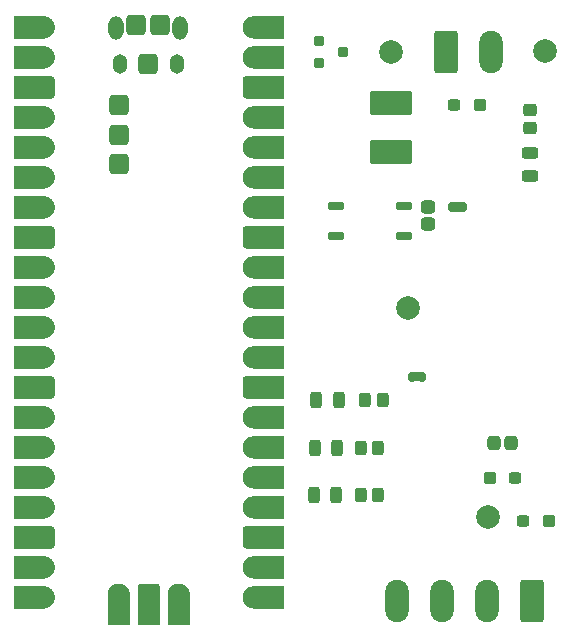
<source format=gbr>
%TF.GenerationSoftware,KiCad,Pcbnew,8.0.8*%
%TF.CreationDate,2025-02-11T14:10:19+01:00*%
%TF.ProjectId,projet,70726f6a-6574-42e6-9b69-6361645f7063,rev?*%
%TF.SameCoordinates,Original*%
%TF.FileFunction,Soldermask,Top*%
%TF.FilePolarity,Negative*%
%FSLAX46Y46*%
G04 Gerber Fmt 4.6, Leading zero omitted, Abs format (unit mm)*
G04 Created by KiCad (PCBNEW 8.0.8) date 2025-02-11 14:10:19*
%MOMM*%
%LPD*%
G01*
G04 APERTURE LIST*
G04 Aperture macros list*
%AMRoundRect*
0 Rectangle with rounded corners*
0 $1 Rounding radius*
0 $2 $3 $4 $5 $6 $7 $8 $9 X,Y pos of 4 corners*
0 Add a 4 corners polygon primitive as box body*
4,1,4,$2,$3,$4,$5,$6,$7,$8,$9,$2,$3,0*
0 Add four circle primitives for the rounded corners*
1,1,$1+$1,$2,$3*
1,1,$1+$1,$4,$5*
1,1,$1+$1,$6,$7*
1,1,$1+$1,$8,$9*
0 Add four rect primitives between the rounded corners*
20,1,$1+$1,$2,$3,$4,$5,0*
20,1,$1+$1,$4,$5,$6,$7,0*
20,1,$1+$1,$6,$7,$8,$9,0*
20,1,$1+$1,$8,$9,$2,$3,0*%
G04 Aperture macros list end*
%ADD10C,0.010000*%
%ADD11RoundRect,0.260000X-0.260000X-0.335000X0.260000X-0.335000X0.260000X0.335000X-0.260000X0.335000X0*%
%ADD12RoundRect,0.243750X0.243750X0.456250X-0.243750X0.456250X-0.243750X-0.456250X0.243750X-0.456250X0*%
%ADD13RoundRect,0.260000X0.335000X-0.260000X0.335000X0.260000X-0.335000X0.260000X-0.335000X-0.260000X0*%
%ADD14RoundRect,0.243750X-0.456250X0.243750X-0.456250X-0.243750X0.456250X-0.243750X0.456250X0.243750X0*%
%ADD15C,2.000000*%
%ADD16RoundRect,0.170000X-0.170000X-0.220000X0.170000X-0.220000X0.170000X0.220000X-0.170000X0.220000X0*%
%ADD17RoundRect,0.188000X-0.332000X-0.282000X0.332000X-0.282000X0.332000X0.282000X-0.332000X0.282000X0*%
%ADD18RoundRect,0.134286X-0.385714X-0.335714X0.385714X-0.335714X0.385714X0.335714X-0.385714X0.335714X0*%
%ADD19RoundRect,0.102000X-1.700000X0.890000X-1.700000X-0.890000X1.700000X-0.890000X1.700000X0.890000X0*%
%ADD20RoundRect,0.188000X0.332000X0.282000X-0.332000X0.282000X-0.332000X-0.282000X0.332000X-0.282000X0*%
%ADD21RoundRect,0.134286X0.385714X0.335714X-0.385714X0.335714X-0.385714X-0.335714X0.385714X-0.335714X0*%
%ADD22RoundRect,0.278000X0.722000X1.522000X-0.722000X1.522000X-0.722000X-1.522000X0.722000X-1.522000X0*%
%ADD23O,2.000000X3.600000*%
%ADD24RoundRect,0.285000X0.310000X-0.285000X0.310000X0.285000X-0.310000X0.285000X-0.310000X-0.285000X0*%
%ADD25RoundRect,0.100000X-0.350000X-0.300000X0.350000X-0.300000X0.350000X0.300000X-0.350000X0.300000X0*%
%ADD26RoundRect,0.278000X-0.722000X-1.522000X0.722000X-1.522000X0.722000X1.522000X-0.722000X1.522000X0*%
%ADD27RoundRect,0.285000X-0.285000X-0.310000X0.285000X-0.310000X0.285000X0.310000X-0.285000X0.310000X0*%
%ADD28RoundRect,0.175000X-0.525000X-0.175000X0.525000X-0.175000X0.525000X0.175000X-0.525000X0.175000X0*%
%ADD29O,1.304000X2.004000*%
%ADD30O,1.254000X1.654000*%
%ADD31RoundRect,0.340800X-0.511200X-0.511200X0.511200X-0.511200X0.511200X0.511200X-0.511200X0.511200X0*%
G04 APERTURE END LIST*
%TO.C,R302*%
G36*
X89733633Y-70003292D02*
G01*
X90663633Y-70003292D01*
X90663633Y-69223292D01*
X89733633Y-69223292D01*
X89733633Y-70003292D01*
G37*
%TO.C,R301*%
G36*
X86290000Y-84390000D02*
G01*
X87220000Y-84390000D01*
X87220000Y-83610000D01*
X86290000Y-83610000D01*
X86290000Y-84390000D01*
G37*
D10*
%TO.C,U301*%
X55157000Y-53471000D02*
X55204000Y-53475000D01*
X55251000Y-53481000D01*
X55297000Y-53490000D01*
X55343000Y-53501000D01*
X55388000Y-53514000D01*
X55433000Y-53530000D01*
X55476000Y-53548000D01*
X55519000Y-53568000D01*
X55560000Y-53591000D01*
X55600000Y-53615000D01*
X55639000Y-53642000D01*
X55676000Y-53671000D01*
X55712000Y-53701000D01*
X55746000Y-53734000D01*
X55779000Y-53768000D01*
X55809000Y-53804000D01*
X55838000Y-53841000D01*
X55865000Y-53880000D01*
X55889000Y-53920000D01*
X55912000Y-53961000D01*
X55932000Y-54004000D01*
X55950000Y-54047000D01*
X55966000Y-54092000D01*
X55979000Y-54137000D01*
X55990000Y-54183000D01*
X55999000Y-54229000D01*
X56005000Y-54276000D01*
X56009000Y-54323000D01*
X56010000Y-54370000D01*
X56009000Y-54417000D01*
X56005000Y-54464000D01*
X55999000Y-54511000D01*
X55990000Y-54557000D01*
X55979000Y-54603000D01*
X55966000Y-54648000D01*
X55950000Y-54693000D01*
X55932000Y-54736000D01*
X55912000Y-54779000D01*
X55889000Y-54820000D01*
X55865000Y-54860000D01*
X55838000Y-54899000D01*
X55809000Y-54936000D01*
X55779000Y-54972000D01*
X55746000Y-55006000D01*
X55712000Y-55039000D01*
X55676000Y-55069000D01*
X55639000Y-55098000D01*
X55600000Y-55125000D01*
X55560000Y-55149000D01*
X55519000Y-55172000D01*
X55476000Y-55192000D01*
X55433000Y-55210000D01*
X55388000Y-55226000D01*
X55343000Y-55239000D01*
X55297000Y-55250000D01*
X55251000Y-55259000D01*
X55204000Y-55265000D01*
X55157000Y-55269000D01*
X55110000Y-55270000D01*
X52610000Y-55270000D01*
X52610000Y-53470000D01*
X55110000Y-53470000D01*
X55157000Y-53471000D01*
G36*
X55157000Y-53471000D02*
G01*
X55204000Y-53475000D01*
X55251000Y-53481000D01*
X55297000Y-53490000D01*
X55343000Y-53501000D01*
X55388000Y-53514000D01*
X55433000Y-53530000D01*
X55476000Y-53548000D01*
X55519000Y-53568000D01*
X55560000Y-53591000D01*
X55600000Y-53615000D01*
X55639000Y-53642000D01*
X55676000Y-53671000D01*
X55712000Y-53701000D01*
X55746000Y-53734000D01*
X55779000Y-53768000D01*
X55809000Y-53804000D01*
X55838000Y-53841000D01*
X55865000Y-53880000D01*
X55889000Y-53920000D01*
X55912000Y-53961000D01*
X55932000Y-54004000D01*
X55950000Y-54047000D01*
X55966000Y-54092000D01*
X55979000Y-54137000D01*
X55990000Y-54183000D01*
X55999000Y-54229000D01*
X56005000Y-54276000D01*
X56009000Y-54323000D01*
X56010000Y-54370000D01*
X56009000Y-54417000D01*
X56005000Y-54464000D01*
X55999000Y-54511000D01*
X55990000Y-54557000D01*
X55979000Y-54603000D01*
X55966000Y-54648000D01*
X55950000Y-54693000D01*
X55932000Y-54736000D01*
X55912000Y-54779000D01*
X55889000Y-54820000D01*
X55865000Y-54860000D01*
X55838000Y-54899000D01*
X55809000Y-54936000D01*
X55779000Y-54972000D01*
X55746000Y-55006000D01*
X55712000Y-55039000D01*
X55676000Y-55069000D01*
X55639000Y-55098000D01*
X55600000Y-55125000D01*
X55560000Y-55149000D01*
X55519000Y-55172000D01*
X55476000Y-55192000D01*
X55433000Y-55210000D01*
X55388000Y-55226000D01*
X55343000Y-55239000D01*
X55297000Y-55250000D01*
X55251000Y-55259000D01*
X55204000Y-55265000D01*
X55157000Y-55269000D01*
X55110000Y-55270000D01*
X52610000Y-55270000D01*
X52610000Y-53470000D01*
X55110000Y-53470000D01*
X55157000Y-53471000D01*
G37*
X55157000Y-56011000D02*
X55204000Y-56015000D01*
X55251000Y-56021000D01*
X55297000Y-56030000D01*
X55343000Y-56041000D01*
X55388000Y-56054000D01*
X55433000Y-56070000D01*
X55476000Y-56088000D01*
X55519000Y-56108000D01*
X55560000Y-56131000D01*
X55600000Y-56155000D01*
X55639000Y-56182000D01*
X55676000Y-56211000D01*
X55712000Y-56241000D01*
X55746000Y-56274000D01*
X55779000Y-56308000D01*
X55809000Y-56344000D01*
X55838000Y-56381000D01*
X55865000Y-56420000D01*
X55889000Y-56460000D01*
X55912000Y-56501000D01*
X55932000Y-56544000D01*
X55950000Y-56587000D01*
X55966000Y-56632000D01*
X55979000Y-56677000D01*
X55990000Y-56723000D01*
X55999000Y-56769000D01*
X56005000Y-56816000D01*
X56009000Y-56863000D01*
X56010000Y-56910000D01*
X56009000Y-56957000D01*
X56005000Y-57004000D01*
X55999000Y-57051000D01*
X55990000Y-57097000D01*
X55979000Y-57143000D01*
X55966000Y-57188000D01*
X55950000Y-57233000D01*
X55932000Y-57276000D01*
X55912000Y-57319000D01*
X55889000Y-57360000D01*
X55865000Y-57400000D01*
X55838000Y-57439000D01*
X55809000Y-57476000D01*
X55779000Y-57512000D01*
X55746000Y-57546000D01*
X55712000Y-57579000D01*
X55676000Y-57609000D01*
X55639000Y-57638000D01*
X55600000Y-57665000D01*
X55560000Y-57689000D01*
X55519000Y-57712000D01*
X55476000Y-57732000D01*
X55433000Y-57750000D01*
X55388000Y-57766000D01*
X55343000Y-57779000D01*
X55297000Y-57790000D01*
X55251000Y-57799000D01*
X55204000Y-57805000D01*
X55157000Y-57809000D01*
X55110000Y-57810000D01*
X52610000Y-57810000D01*
X52610000Y-56010000D01*
X55110000Y-56010000D01*
X55157000Y-56011000D01*
G36*
X55157000Y-56011000D02*
G01*
X55204000Y-56015000D01*
X55251000Y-56021000D01*
X55297000Y-56030000D01*
X55343000Y-56041000D01*
X55388000Y-56054000D01*
X55433000Y-56070000D01*
X55476000Y-56088000D01*
X55519000Y-56108000D01*
X55560000Y-56131000D01*
X55600000Y-56155000D01*
X55639000Y-56182000D01*
X55676000Y-56211000D01*
X55712000Y-56241000D01*
X55746000Y-56274000D01*
X55779000Y-56308000D01*
X55809000Y-56344000D01*
X55838000Y-56381000D01*
X55865000Y-56420000D01*
X55889000Y-56460000D01*
X55912000Y-56501000D01*
X55932000Y-56544000D01*
X55950000Y-56587000D01*
X55966000Y-56632000D01*
X55979000Y-56677000D01*
X55990000Y-56723000D01*
X55999000Y-56769000D01*
X56005000Y-56816000D01*
X56009000Y-56863000D01*
X56010000Y-56910000D01*
X56009000Y-56957000D01*
X56005000Y-57004000D01*
X55999000Y-57051000D01*
X55990000Y-57097000D01*
X55979000Y-57143000D01*
X55966000Y-57188000D01*
X55950000Y-57233000D01*
X55932000Y-57276000D01*
X55912000Y-57319000D01*
X55889000Y-57360000D01*
X55865000Y-57400000D01*
X55838000Y-57439000D01*
X55809000Y-57476000D01*
X55779000Y-57512000D01*
X55746000Y-57546000D01*
X55712000Y-57579000D01*
X55676000Y-57609000D01*
X55639000Y-57638000D01*
X55600000Y-57665000D01*
X55560000Y-57689000D01*
X55519000Y-57712000D01*
X55476000Y-57732000D01*
X55433000Y-57750000D01*
X55388000Y-57766000D01*
X55343000Y-57779000D01*
X55297000Y-57790000D01*
X55251000Y-57799000D01*
X55204000Y-57805000D01*
X55157000Y-57809000D01*
X55110000Y-57810000D01*
X52610000Y-57810000D01*
X52610000Y-56010000D01*
X55110000Y-56010000D01*
X55157000Y-56011000D01*
G37*
X55157000Y-61091000D02*
X55204000Y-61095000D01*
X55251000Y-61101000D01*
X55297000Y-61110000D01*
X55343000Y-61121000D01*
X55388000Y-61134000D01*
X55433000Y-61150000D01*
X55476000Y-61168000D01*
X55519000Y-61188000D01*
X55560000Y-61211000D01*
X55600000Y-61235000D01*
X55639000Y-61262000D01*
X55676000Y-61291000D01*
X55712000Y-61321000D01*
X55746000Y-61354000D01*
X55779000Y-61388000D01*
X55809000Y-61424000D01*
X55838000Y-61461000D01*
X55865000Y-61500000D01*
X55889000Y-61540000D01*
X55912000Y-61581000D01*
X55932000Y-61624000D01*
X55950000Y-61667000D01*
X55966000Y-61712000D01*
X55979000Y-61757000D01*
X55990000Y-61803000D01*
X55999000Y-61849000D01*
X56005000Y-61896000D01*
X56009000Y-61943000D01*
X56010000Y-61990000D01*
X56009000Y-62037000D01*
X56005000Y-62084000D01*
X55999000Y-62131000D01*
X55990000Y-62177000D01*
X55979000Y-62223000D01*
X55966000Y-62268000D01*
X55950000Y-62313000D01*
X55932000Y-62356000D01*
X55912000Y-62399000D01*
X55889000Y-62440000D01*
X55865000Y-62480000D01*
X55838000Y-62519000D01*
X55809000Y-62556000D01*
X55779000Y-62592000D01*
X55746000Y-62626000D01*
X55712000Y-62659000D01*
X55676000Y-62689000D01*
X55639000Y-62718000D01*
X55600000Y-62745000D01*
X55560000Y-62769000D01*
X55519000Y-62792000D01*
X55476000Y-62812000D01*
X55433000Y-62830000D01*
X55388000Y-62846000D01*
X55343000Y-62859000D01*
X55297000Y-62870000D01*
X55251000Y-62879000D01*
X55204000Y-62885000D01*
X55157000Y-62889000D01*
X55110000Y-62890000D01*
X52610000Y-62890000D01*
X52610000Y-61090000D01*
X55110000Y-61090000D01*
X55157000Y-61091000D01*
G36*
X55157000Y-61091000D02*
G01*
X55204000Y-61095000D01*
X55251000Y-61101000D01*
X55297000Y-61110000D01*
X55343000Y-61121000D01*
X55388000Y-61134000D01*
X55433000Y-61150000D01*
X55476000Y-61168000D01*
X55519000Y-61188000D01*
X55560000Y-61211000D01*
X55600000Y-61235000D01*
X55639000Y-61262000D01*
X55676000Y-61291000D01*
X55712000Y-61321000D01*
X55746000Y-61354000D01*
X55779000Y-61388000D01*
X55809000Y-61424000D01*
X55838000Y-61461000D01*
X55865000Y-61500000D01*
X55889000Y-61540000D01*
X55912000Y-61581000D01*
X55932000Y-61624000D01*
X55950000Y-61667000D01*
X55966000Y-61712000D01*
X55979000Y-61757000D01*
X55990000Y-61803000D01*
X55999000Y-61849000D01*
X56005000Y-61896000D01*
X56009000Y-61943000D01*
X56010000Y-61990000D01*
X56009000Y-62037000D01*
X56005000Y-62084000D01*
X55999000Y-62131000D01*
X55990000Y-62177000D01*
X55979000Y-62223000D01*
X55966000Y-62268000D01*
X55950000Y-62313000D01*
X55932000Y-62356000D01*
X55912000Y-62399000D01*
X55889000Y-62440000D01*
X55865000Y-62480000D01*
X55838000Y-62519000D01*
X55809000Y-62556000D01*
X55779000Y-62592000D01*
X55746000Y-62626000D01*
X55712000Y-62659000D01*
X55676000Y-62689000D01*
X55639000Y-62718000D01*
X55600000Y-62745000D01*
X55560000Y-62769000D01*
X55519000Y-62792000D01*
X55476000Y-62812000D01*
X55433000Y-62830000D01*
X55388000Y-62846000D01*
X55343000Y-62859000D01*
X55297000Y-62870000D01*
X55251000Y-62879000D01*
X55204000Y-62885000D01*
X55157000Y-62889000D01*
X55110000Y-62890000D01*
X52610000Y-62890000D01*
X52610000Y-61090000D01*
X55110000Y-61090000D01*
X55157000Y-61091000D01*
G37*
X55157000Y-63631000D02*
X55204000Y-63635000D01*
X55251000Y-63641000D01*
X55297000Y-63650000D01*
X55343000Y-63661000D01*
X55388000Y-63674000D01*
X55433000Y-63690000D01*
X55476000Y-63708000D01*
X55519000Y-63728000D01*
X55560000Y-63751000D01*
X55600000Y-63775000D01*
X55639000Y-63802000D01*
X55676000Y-63831000D01*
X55712000Y-63861000D01*
X55746000Y-63894000D01*
X55779000Y-63928000D01*
X55809000Y-63964000D01*
X55838000Y-64001000D01*
X55865000Y-64040000D01*
X55889000Y-64080000D01*
X55912000Y-64121000D01*
X55932000Y-64164000D01*
X55950000Y-64207000D01*
X55966000Y-64252000D01*
X55979000Y-64297000D01*
X55990000Y-64343000D01*
X55999000Y-64389000D01*
X56005000Y-64436000D01*
X56009000Y-64483000D01*
X56010000Y-64530000D01*
X56009000Y-64577000D01*
X56005000Y-64624000D01*
X55999000Y-64671000D01*
X55990000Y-64717000D01*
X55979000Y-64763000D01*
X55966000Y-64808000D01*
X55950000Y-64853000D01*
X55932000Y-64896000D01*
X55912000Y-64939000D01*
X55889000Y-64980000D01*
X55865000Y-65020000D01*
X55838000Y-65059000D01*
X55809000Y-65096000D01*
X55779000Y-65132000D01*
X55746000Y-65166000D01*
X55712000Y-65199000D01*
X55676000Y-65229000D01*
X55639000Y-65258000D01*
X55600000Y-65285000D01*
X55560000Y-65309000D01*
X55519000Y-65332000D01*
X55476000Y-65352000D01*
X55433000Y-65370000D01*
X55388000Y-65386000D01*
X55343000Y-65399000D01*
X55297000Y-65410000D01*
X55251000Y-65419000D01*
X55204000Y-65425000D01*
X55157000Y-65429000D01*
X55110000Y-65430000D01*
X52610000Y-65430000D01*
X52610000Y-63630000D01*
X55110000Y-63630000D01*
X55157000Y-63631000D01*
G36*
X55157000Y-63631000D02*
G01*
X55204000Y-63635000D01*
X55251000Y-63641000D01*
X55297000Y-63650000D01*
X55343000Y-63661000D01*
X55388000Y-63674000D01*
X55433000Y-63690000D01*
X55476000Y-63708000D01*
X55519000Y-63728000D01*
X55560000Y-63751000D01*
X55600000Y-63775000D01*
X55639000Y-63802000D01*
X55676000Y-63831000D01*
X55712000Y-63861000D01*
X55746000Y-63894000D01*
X55779000Y-63928000D01*
X55809000Y-63964000D01*
X55838000Y-64001000D01*
X55865000Y-64040000D01*
X55889000Y-64080000D01*
X55912000Y-64121000D01*
X55932000Y-64164000D01*
X55950000Y-64207000D01*
X55966000Y-64252000D01*
X55979000Y-64297000D01*
X55990000Y-64343000D01*
X55999000Y-64389000D01*
X56005000Y-64436000D01*
X56009000Y-64483000D01*
X56010000Y-64530000D01*
X56009000Y-64577000D01*
X56005000Y-64624000D01*
X55999000Y-64671000D01*
X55990000Y-64717000D01*
X55979000Y-64763000D01*
X55966000Y-64808000D01*
X55950000Y-64853000D01*
X55932000Y-64896000D01*
X55912000Y-64939000D01*
X55889000Y-64980000D01*
X55865000Y-65020000D01*
X55838000Y-65059000D01*
X55809000Y-65096000D01*
X55779000Y-65132000D01*
X55746000Y-65166000D01*
X55712000Y-65199000D01*
X55676000Y-65229000D01*
X55639000Y-65258000D01*
X55600000Y-65285000D01*
X55560000Y-65309000D01*
X55519000Y-65332000D01*
X55476000Y-65352000D01*
X55433000Y-65370000D01*
X55388000Y-65386000D01*
X55343000Y-65399000D01*
X55297000Y-65410000D01*
X55251000Y-65419000D01*
X55204000Y-65425000D01*
X55157000Y-65429000D01*
X55110000Y-65430000D01*
X52610000Y-65430000D01*
X52610000Y-63630000D01*
X55110000Y-63630000D01*
X55157000Y-63631000D01*
G37*
X55157000Y-66171000D02*
X55204000Y-66175000D01*
X55251000Y-66181000D01*
X55297000Y-66190000D01*
X55343000Y-66201000D01*
X55388000Y-66214000D01*
X55433000Y-66230000D01*
X55476000Y-66248000D01*
X55519000Y-66268000D01*
X55560000Y-66291000D01*
X55600000Y-66315000D01*
X55639000Y-66342000D01*
X55676000Y-66371000D01*
X55712000Y-66401000D01*
X55746000Y-66434000D01*
X55779000Y-66468000D01*
X55809000Y-66504000D01*
X55838000Y-66541000D01*
X55865000Y-66580000D01*
X55889000Y-66620000D01*
X55912000Y-66661000D01*
X55932000Y-66704000D01*
X55950000Y-66747000D01*
X55966000Y-66792000D01*
X55979000Y-66837000D01*
X55990000Y-66883000D01*
X55999000Y-66929000D01*
X56005000Y-66976000D01*
X56009000Y-67023000D01*
X56010000Y-67070000D01*
X56009000Y-67117000D01*
X56005000Y-67164000D01*
X55999000Y-67211000D01*
X55990000Y-67257000D01*
X55979000Y-67303000D01*
X55966000Y-67348000D01*
X55950000Y-67393000D01*
X55932000Y-67436000D01*
X55912000Y-67479000D01*
X55889000Y-67520000D01*
X55865000Y-67560000D01*
X55838000Y-67599000D01*
X55809000Y-67636000D01*
X55779000Y-67672000D01*
X55746000Y-67706000D01*
X55712000Y-67739000D01*
X55676000Y-67769000D01*
X55639000Y-67798000D01*
X55600000Y-67825000D01*
X55560000Y-67849000D01*
X55519000Y-67872000D01*
X55476000Y-67892000D01*
X55433000Y-67910000D01*
X55388000Y-67926000D01*
X55343000Y-67939000D01*
X55297000Y-67950000D01*
X55251000Y-67959000D01*
X55204000Y-67965000D01*
X55157000Y-67969000D01*
X55110000Y-67970000D01*
X52610000Y-67970000D01*
X52610000Y-66170000D01*
X55110000Y-66170000D01*
X55157000Y-66171000D01*
G36*
X55157000Y-66171000D02*
G01*
X55204000Y-66175000D01*
X55251000Y-66181000D01*
X55297000Y-66190000D01*
X55343000Y-66201000D01*
X55388000Y-66214000D01*
X55433000Y-66230000D01*
X55476000Y-66248000D01*
X55519000Y-66268000D01*
X55560000Y-66291000D01*
X55600000Y-66315000D01*
X55639000Y-66342000D01*
X55676000Y-66371000D01*
X55712000Y-66401000D01*
X55746000Y-66434000D01*
X55779000Y-66468000D01*
X55809000Y-66504000D01*
X55838000Y-66541000D01*
X55865000Y-66580000D01*
X55889000Y-66620000D01*
X55912000Y-66661000D01*
X55932000Y-66704000D01*
X55950000Y-66747000D01*
X55966000Y-66792000D01*
X55979000Y-66837000D01*
X55990000Y-66883000D01*
X55999000Y-66929000D01*
X56005000Y-66976000D01*
X56009000Y-67023000D01*
X56010000Y-67070000D01*
X56009000Y-67117000D01*
X56005000Y-67164000D01*
X55999000Y-67211000D01*
X55990000Y-67257000D01*
X55979000Y-67303000D01*
X55966000Y-67348000D01*
X55950000Y-67393000D01*
X55932000Y-67436000D01*
X55912000Y-67479000D01*
X55889000Y-67520000D01*
X55865000Y-67560000D01*
X55838000Y-67599000D01*
X55809000Y-67636000D01*
X55779000Y-67672000D01*
X55746000Y-67706000D01*
X55712000Y-67739000D01*
X55676000Y-67769000D01*
X55639000Y-67798000D01*
X55600000Y-67825000D01*
X55560000Y-67849000D01*
X55519000Y-67872000D01*
X55476000Y-67892000D01*
X55433000Y-67910000D01*
X55388000Y-67926000D01*
X55343000Y-67939000D01*
X55297000Y-67950000D01*
X55251000Y-67959000D01*
X55204000Y-67965000D01*
X55157000Y-67969000D01*
X55110000Y-67970000D01*
X52610000Y-67970000D01*
X52610000Y-66170000D01*
X55110000Y-66170000D01*
X55157000Y-66171000D01*
G37*
X55157000Y-68711000D02*
X55204000Y-68715000D01*
X55251000Y-68721000D01*
X55297000Y-68730000D01*
X55343000Y-68741000D01*
X55388000Y-68754000D01*
X55433000Y-68770000D01*
X55476000Y-68788000D01*
X55519000Y-68808000D01*
X55560000Y-68831000D01*
X55600000Y-68855000D01*
X55639000Y-68882000D01*
X55676000Y-68911000D01*
X55712000Y-68941000D01*
X55746000Y-68974000D01*
X55779000Y-69008000D01*
X55809000Y-69044000D01*
X55838000Y-69081000D01*
X55865000Y-69120000D01*
X55889000Y-69160000D01*
X55912000Y-69201000D01*
X55932000Y-69244000D01*
X55950000Y-69287000D01*
X55966000Y-69332000D01*
X55979000Y-69377000D01*
X55990000Y-69423000D01*
X55999000Y-69469000D01*
X56005000Y-69516000D01*
X56009000Y-69563000D01*
X56010000Y-69610000D01*
X56009000Y-69657000D01*
X56005000Y-69704000D01*
X55999000Y-69751000D01*
X55990000Y-69797000D01*
X55979000Y-69843000D01*
X55966000Y-69888000D01*
X55950000Y-69933000D01*
X55932000Y-69976000D01*
X55912000Y-70019000D01*
X55889000Y-70060000D01*
X55865000Y-70100000D01*
X55838000Y-70139000D01*
X55809000Y-70176000D01*
X55779000Y-70212000D01*
X55746000Y-70246000D01*
X55712000Y-70279000D01*
X55676000Y-70309000D01*
X55639000Y-70338000D01*
X55600000Y-70365000D01*
X55560000Y-70389000D01*
X55519000Y-70412000D01*
X55476000Y-70432000D01*
X55433000Y-70450000D01*
X55388000Y-70466000D01*
X55343000Y-70479000D01*
X55297000Y-70490000D01*
X55251000Y-70499000D01*
X55204000Y-70505000D01*
X55157000Y-70509000D01*
X55110000Y-70510000D01*
X52610000Y-70510000D01*
X52610000Y-68710000D01*
X55110000Y-68710000D01*
X55157000Y-68711000D01*
G36*
X55157000Y-68711000D02*
G01*
X55204000Y-68715000D01*
X55251000Y-68721000D01*
X55297000Y-68730000D01*
X55343000Y-68741000D01*
X55388000Y-68754000D01*
X55433000Y-68770000D01*
X55476000Y-68788000D01*
X55519000Y-68808000D01*
X55560000Y-68831000D01*
X55600000Y-68855000D01*
X55639000Y-68882000D01*
X55676000Y-68911000D01*
X55712000Y-68941000D01*
X55746000Y-68974000D01*
X55779000Y-69008000D01*
X55809000Y-69044000D01*
X55838000Y-69081000D01*
X55865000Y-69120000D01*
X55889000Y-69160000D01*
X55912000Y-69201000D01*
X55932000Y-69244000D01*
X55950000Y-69287000D01*
X55966000Y-69332000D01*
X55979000Y-69377000D01*
X55990000Y-69423000D01*
X55999000Y-69469000D01*
X56005000Y-69516000D01*
X56009000Y-69563000D01*
X56010000Y-69610000D01*
X56009000Y-69657000D01*
X56005000Y-69704000D01*
X55999000Y-69751000D01*
X55990000Y-69797000D01*
X55979000Y-69843000D01*
X55966000Y-69888000D01*
X55950000Y-69933000D01*
X55932000Y-69976000D01*
X55912000Y-70019000D01*
X55889000Y-70060000D01*
X55865000Y-70100000D01*
X55838000Y-70139000D01*
X55809000Y-70176000D01*
X55779000Y-70212000D01*
X55746000Y-70246000D01*
X55712000Y-70279000D01*
X55676000Y-70309000D01*
X55639000Y-70338000D01*
X55600000Y-70365000D01*
X55560000Y-70389000D01*
X55519000Y-70412000D01*
X55476000Y-70432000D01*
X55433000Y-70450000D01*
X55388000Y-70466000D01*
X55343000Y-70479000D01*
X55297000Y-70490000D01*
X55251000Y-70499000D01*
X55204000Y-70505000D01*
X55157000Y-70509000D01*
X55110000Y-70510000D01*
X52610000Y-70510000D01*
X52610000Y-68710000D01*
X55110000Y-68710000D01*
X55157000Y-68711000D01*
G37*
X55157000Y-73791000D02*
X55204000Y-73795000D01*
X55251000Y-73801000D01*
X55297000Y-73810000D01*
X55343000Y-73821000D01*
X55388000Y-73834000D01*
X55433000Y-73850000D01*
X55476000Y-73868000D01*
X55519000Y-73888000D01*
X55560000Y-73911000D01*
X55600000Y-73935000D01*
X55639000Y-73962000D01*
X55676000Y-73991000D01*
X55712000Y-74021000D01*
X55746000Y-74054000D01*
X55779000Y-74088000D01*
X55809000Y-74124000D01*
X55838000Y-74161000D01*
X55865000Y-74200000D01*
X55889000Y-74240000D01*
X55912000Y-74281000D01*
X55932000Y-74324000D01*
X55950000Y-74367000D01*
X55966000Y-74412000D01*
X55979000Y-74457000D01*
X55990000Y-74503000D01*
X55999000Y-74549000D01*
X56005000Y-74596000D01*
X56009000Y-74643000D01*
X56010000Y-74690000D01*
X56009000Y-74737000D01*
X56005000Y-74784000D01*
X55999000Y-74831000D01*
X55990000Y-74877000D01*
X55979000Y-74923000D01*
X55966000Y-74968000D01*
X55950000Y-75013000D01*
X55932000Y-75056000D01*
X55912000Y-75099000D01*
X55889000Y-75140000D01*
X55865000Y-75180000D01*
X55838000Y-75219000D01*
X55809000Y-75256000D01*
X55779000Y-75292000D01*
X55746000Y-75326000D01*
X55712000Y-75359000D01*
X55676000Y-75389000D01*
X55639000Y-75418000D01*
X55600000Y-75445000D01*
X55560000Y-75469000D01*
X55519000Y-75492000D01*
X55476000Y-75512000D01*
X55433000Y-75530000D01*
X55388000Y-75546000D01*
X55343000Y-75559000D01*
X55297000Y-75570000D01*
X55251000Y-75579000D01*
X55204000Y-75585000D01*
X55157000Y-75589000D01*
X55110000Y-75590000D01*
X52610000Y-75590000D01*
X52610000Y-73790000D01*
X55110000Y-73790000D01*
X55157000Y-73791000D01*
G36*
X55157000Y-73791000D02*
G01*
X55204000Y-73795000D01*
X55251000Y-73801000D01*
X55297000Y-73810000D01*
X55343000Y-73821000D01*
X55388000Y-73834000D01*
X55433000Y-73850000D01*
X55476000Y-73868000D01*
X55519000Y-73888000D01*
X55560000Y-73911000D01*
X55600000Y-73935000D01*
X55639000Y-73962000D01*
X55676000Y-73991000D01*
X55712000Y-74021000D01*
X55746000Y-74054000D01*
X55779000Y-74088000D01*
X55809000Y-74124000D01*
X55838000Y-74161000D01*
X55865000Y-74200000D01*
X55889000Y-74240000D01*
X55912000Y-74281000D01*
X55932000Y-74324000D01*
X55950000Y-74367000D01*
X55966000Y-74412000D01*
X55979000Y-74457000D01*
X55990000Y-74503000D01*
X55999000Y-74549000D01*
X56005000Y-74596000D01*
X56009000Y-74643000D01*
X56010000Y-74690000D01*
X56009000Y-74737000D01*
X56005000Y-74784000D01*
X55999000Y-74831000D01*
X55990000Y-74877000D01*
X55979000Y-74923000D01*
X55966000Y-74968000D01*
X55950000Y-75013000D01*
X55932000Y-75056000D01*
X55912000Y-75099000D01*
X55889000Y-75140000D01*
X55865000Y-75180000D01*
X55838000Y-75219000D01*
X55809000Y-75256000D01*
X55779000Y-75292000D01*
X55746000Y-75326000D01*
X55712000Y-75359000D01*
X55676000Y-75389000D01*
X55639000Y-75418000D01*
X55600000Y-75445000D01*
X55560000Y-75469000D01*
X55519000Y-75492000D01*
X55476000Y-75512000D01*
X55433000Y-75530000D01*
X55388000Y-75546000D01*
X55343000Y-75559000D01*
X55297000Y-75570000D01*
X55251000Y-75579000D01*
X55204000Y-75585000D01*
X55157000Y-75589000D01*
X55110000Y-75590000D01*
X52610000Y-75590000D01*
X52610000Y-73790000D01*
X55110000Y-73790000D01*
X55157000Y-73791000D01*
G37*
X55157000Y-76331000D02*
X55204000Y-76335000D01*
X55251000Y-76341000D01*
X55297000Y-76350000D01*
X55343000Y-76361000D01*
X55388000Y-76374000D01*
X55433000Y-76390000D01*
X55476000Y-76408000D01*
X55519000Y-76428000D01*
X55560000Y-76451000D01*
X55600000Y-76475000D01*
X55639000Y-76502000D01*
X55676000Y-76531000D01*
X55712000Y-76561000D01*
X55746000Y-76594000D01*
X55779000Y-76628000D01*
X55809000Y-76664000D01*
X55838000Y-76701000D01*
X55865000Y-76740000D01*
X55889000Y-76780000D01*
X55912000Y-76821000D01*
X55932000Y-76864000D01*
X55950000Y-76907000D01*
X55966000Y-76952000D01*
X55979000Y-76997000D01*
X55990000Y-77043000D01*
X55999000Y-77089000D01*
X56005000Y-77136000D01*
X56009000Y-77183000D01*
X56010000Y-77230000D01*
X56009000Y-77277000D01*
X56005000Y-77324000D01*
X55999000Y-77371000D01*
X55990000Y-77417000D01*
X55979000Y-77463000D01*
X55966000Y-77508000D01*
X55950000Y-77553000D01*
X55932000Y-77596000D01*
X55912000Y-77639000D01*
X55889000Y-77680000D01*
X55865000Y-77720000D01*
X55838000Y-77759000D01*
X55809000Y-77796000D01*
X55779000Y-77832000D01*
X55746000Y-77866000D01*
X55712000Y-77899000D01*
X55676000Y-77929000D01*
X55639000Y-77958000D01*
X55600000Y-77985000D01*
X55560000Y-78009000D01*
X55519000Y-78032000D01*
X55476000Y-78052000D01*
X55433000Y-78070000D01*
X55388000Y-78086000D01*
X55343000Y-78099000D01*
X55297000Y-78110000D01*
X55251000Y-78119000D01*
X55204000Y-78125000D01*
X55157000Y-78129000D01*
X55110000Y-78130000D01*
X52610000Y-78130000D01*
X52610000Y-76330000D01*
X55110000Y-76330000D01*
X55157000Y-76331000D01*
G36*
X55157000Y-76331000D02*
G01*
X55204000Y-76335000D01*
X55251000Y-76341000D01*
X55297000Y-76350000D01*
X55343000Y-76361000D01*
X55388000Y-76374000D01*
X55433000Y-76390000D01*
X55476000Y-76408000D01*
X55519000Y-76428000D01*
X55560000Y-76451000D01*
X55600000Y-76475000D01*
X55639000Y-76502000D01*
X55676000Y-76531000D01*
X55712000Y-76561000D01*
X55746000Y-76594000D01*
X55779000Y-76628000D01*
X55809000Y-76664000D01*
X55838000Y-76701000D01*
X55865000Y-76740000D01*
X55889000Y-76780000D01*
X55912000Y-76821000D01*
X55932000Y-76864000D01*
X55950000Y-76907000D01*
X55966000Y-76952000D01*
X55979000Y-76997000D01*
X55990000Y-77043000D01*
X55999000Y-77089000D01*
X56005000Y-77136000D01*
X56009000Y-77183000D01*
X56010000Y-77230000D01*
X56009000Y-77277000D01*
X56005000Y-77324000D01*
X55999000Y-77371000D01*
X55990000Y-77417000D01*
X55979000Y-77463000D01*
X55966000Y-77508000D01*
X55950000Y-77553000D01*
X55932000Y-77596000D01*
X55912000Y-77639000D01*
X55889000Y-77680000D01*
X55865000Y-77720000D01*
X55838000Y-77759000D01*
X55809000Y-77796000D01*
X55779000Y-77832000D01*
X55746000Y-77866000D01*
X55712000Y-77899000D01*
X55676000Y-77929000D01*
X55639000Y-77958000D01*
X55600000Y-77985000D01*
X55560000Y-78009000D01*
X55519000Y-78032000D01*
X55476000Y-78052000D01*
X55433000Y-78070000D01*
X55388000Y-78086000D01*
X55343000Y-78099000D01*
X55297000Y-78110000D01*
X55251000Y-78119000D01*
X55204000Y-78125000D01*
X55157000Y-78129000D01*
X55110000Y-78130000D01*
X52610000Y-78130000D01*
X52610000Y-76330000D01*
X55110000Y-76330000D01*
X55157000Y-76331000D01*
G37*
X55157000Y-78871000D02*
X55204000Y-78875000D01*
X55251000Y-78881000D01*
X55297000Y-78890000D01*
X55343000Y-78901000D01*
X55388000Y-78914000D01*
X55433000Y-78930000D01*
X55476000Y-78948000D01*
X55519000Y-78968000D01*
X55560000Y-78991000D01*
X55600000Y-79015000D01*
X55639000Y-79042000D01*
X55676000Y-79071000D01*
X55712000Y-79101000D01*
X55746000Y-79134000D01*
X55779000Y-79168000D01*
X55809000Y-79204000D01*
X55838000Y-79241000D01*
X55865000Y-79280000D01*
X55889000Y-79320000D01*
X55912000Y-79361000D01*
X55932000Y-79404000D01*
X55950000Y-79447000D01*
X55966000Y-79492000D01*
X55979000Y-79537000D01*
X55990000Y-79583000D01*
X55999000Y-79629000D01*
X56005000Y-79676000D01*
X56009000Y-79723000D01*
X56010000Y-79770000D01*
X56009000Y-79817000D01*
X56005000Y-79864000D01*
X55999000Y-79911000D01*
X55990000Y-79957000D01*
X55979000Y-80003000D01*
X55966000Y-80048000D01*
X55950000Y-80093000D01*
X55932000Y-80136000D01*
X55912000Y-80179000D01*
X55889000Y-80220000D01*
X55865000Y-80260000D01*
X55838000Y-80299000D01*
X55809000Y-80336000D01*
X55779000Y-80372000D01*
X55746000Y-80406000D01*
X55712000Y-80439000D01*
X55676000Y-80469000D01*
X55639000Y-80498000D01*
X55600000Y-80525000D01*
X55560000Y-80549000D01*
X55519000Y-80572000D01*
X55476000Y-80592000D01*
X55433000Y-80610000D01*
X55388000Y-80626000D01*
X55343000Y-80639000D01*
X55297000Y-80650000D01*
X55251000Y-80659000D01*
X55204000Y-80665000D01*
X55157000Y-80669000D01*
X55110000Y-80670000D01*
X52610000Y-80670000D01*
X52610000Y-78870000D01*
X55110000Y-78870000D01*
X55157000Y-78871000D01*
G36*
X55157000Y-78871000D02*
G01*
X55204000Y-78875000D01*
X55251000Y-78881000D01*
X55297000Y-78890000D01*
X55343000Y-78901000D01*
X55388000Y-78914000D01*
X55433000Y-78930000D01*
X55476000Y-78948000D01*
X55519000Y-78968000D01*
X55560000Y-78991000D01*
X55600000Y-79015000D01*
X55639000Y-79042000D01*
X55676000Y-79071000D01*
X55712000Y-79101000D01*
X55746000Y-79134000D01*
X55779000Y-79168000D01*
X55809000Y-79204000D01*
X55838000Y-79241000D01*
X55865000Y-79280000D01*
X55889000Y-79320000D01*
X55912000Y-79361000D01*
X55932000Y-79404000D01*
X55950000Y-79447000D01*
X55966000Y-79492000D01*
X55979000Y-79537000D01*
X55990000Y-79583000D01*
X55999000Y-79629000D01*
X56005000Y-79676000D01*
X56009000Y-79723000D01*
X56010000Y-79770000D01*
X56009000Y-79817000D01*
X56005000Y-79864000D01*
X55999000Y-79911000D01*
X55990000Y-79957000D01*
X55979000Y-80003000D01*
X55966000Y-80048000D01*
X55950000Y-80093000D01*
X55932000Y-80136000D01*
X55912000Y-80179000D01*
X55889000Y-80220000D01*
X55865000Y-80260000D01*
X55838000Y-80299000D01*
X55809000Y-80336000D01*
X55779000Y-80372000D01*
X55746000Y-80406000D01*
X55712000Y-80439000D01*
X55676000Y-80469000D01*
X55639000Y-80498000D01*
X55600000Y-80525000D01*
X55560000Y-80549000D01*
X55519000Y-80572000D01*
X55476000Y-80592000D01*
X55433000Y-80610000D01*
X55388000Y-80626000D01*
X55343000Y-80639000D01*
X55297000Y-80650000D01*
X55251000Y-80659000D01*
X55204000Y-80665000D01*
X55157000Y-80669000D01*
X55110000Y-80670000D01*
X52610000Y-80670000D01*
X52610000Y-78870000D01*
X55110000Y-78870000D01*
X55157000Y-78871000D01*
G37*
X55157000Y-81411000D02*
X55204000Y-81415000D01*
X55251000Y-81421000D01*
X55297000Y-81430000D01*
X55343000Y-81441000D01*
X55388000Y-81454000D01*
X55433000Y-81470000D01*
X55476000Y-81488000D01*
X55519000Y-81508000D01*
X55560000Y-81531000D01*
X55600000Y-81555000D01*
X55639000Y-81582000D01*
X55676000Y-81611000D01*
X55712000Y-81641000D01*
X55746000Y-81674000D01*
X55779000Y-81708000D01*
X55809000Y-81744000D01*
X55838000Y-81781000D01*
X55865000Y-81820000D01*
X55889000Y-81860000D01*
X55912000Y-81901000D01*
X55932000Y-81944000D01*
X55950000Y-81987000D01*
X55966000Y-82032000D01*
X55979000Y-82077000D01*
X55990000Y-82123000D01*
X55999000Y-82169000D01*
X56005000Y-82216000D01*
X56009000Y-82263000D01*
X56010000Y-82310000D01*
X56009000Y-82357000D01*
X56005000Y-82404000D01*
X55999000Y-82451000D01*
X55990000Y-82497000D01*
X55979000Y-82543000D01*
X55966000Y-82588000D01*
X55950000Y-82633000D01*
X55932000Y-82676000D01*
X55912000Y-82719000D01*
X55889000Y-82760000D01*
X55865000Y-82800000D01*
X55838000Y-82839000D01*
X55809000Y-82876000D01*
X55779000Y-82912000D01*
X55746000Y-82946000D01*
X55712000Y-82979000D01*
X55676000Y-83009000D01*
X55639000Y-83038000D01*
X55600000Y-83065000D01*
X55560000Y-83089000D01*
X55519000Y-83112000D01*
X55476000Y-83132000D01*
X55433000Y-83150000D01*
X55388000Y-83166000D01*
X55343000Y-83179000D01*
X55297000Y-83190000D01*
X55251000Y-83199000D01*
X55204000Y-83205000D01*
X55157000Y-83209000D01*
X55110000Y-83210000D01*
X52610000Y-83210000D01*
X52610000Y-81410000D01*
X55110000Y-81410000D01*
X55157000Y-81411000D01*
G36*
X55157000Y-81411000D02*
G01*
X55204000Y-81415000D01*
X55251000Y-81421000D01*
X55297000Y-81430000D01*
X55343000Y-81441000D01*
X55388000Y-81454000D01*
X55433000Y-81470000D01*
X55476000Y-81488000D01*
X55519000Y-81508000D01*
X55560000Y-81531000D01*
X55600000Y-81555000D01*
X55639000Y-81582000D01*
X55676000Y-81611000D01*
X55712000Y-81641000D01*
X55746000Y-81674000D01*
X55779000Y-81708000D01*
X55809000Y-81744000D01*
X55838000Y-81781000D01*
X55865000Y-81820000D01*
X55889000Y-81860000D01*
X55912000Y-81901000D01*
X55932000Y-81944000D01*
X55950000Y-81987000D01*
X55966000Y-82032000D01*
X55979000Y-82077000D01*
X55990000Y-82123000D01*
X55999000Y-82169000D01*
X56005000Y-82216000D01*
X56009000Y-82263000D01*
X56010000Y-82310000D01*
X56009000Y-82357000D01*
X56005000Y-82404000D01*
X55999000Y-82451000D01*
X55990000Y-82497000D01*
X55979000Y-82543000D01*
X55966000Y-82588000D01*
X55950000Y-82633000D01*
X55932000Y-82676000D01*
X55912000Y-82719000D01*
X55889000Y-82760000D01*
X55865000Y-82800000D01*
X55838000Y-82839000D01*
X55809000Y-82876000D01*
X55779000Y-82912000D01*
X55746000Y-82946000D01*
X55712000Y-82979000D01*
X55676000Y-83009000D01*
X55639000Y-83038000D01*
X55600000Y-83065000D01*
X55560000Y-83089000D01*
X55519000Y-83112000D01*
X55476000Y-83132000D01*
X55433000Y-83150000D01*
X55388000Y-83166000D01*
X55343000Y-83179000D01*
X55297000Y-83190000D01*
X55251000Y-83199000D01*
X55204000Y-83205000D01*
X55157000Y-83209000D01*
X55110000Y-83210000D01*
X52610000Y-83210000D01*
X52610000Y-81410000D01*
X55110000Y-81410000D01*
X55157000Y-81411000D01*
G37*
X55157000Y-86491000D02*
X55204000Y-86495000D01*
X55251000Y-86501000D01*
X55297000Y-86510000D01*
X55343000Y-86521000D01*
X55388000Y-86534000D01*
X55433000Y-86550000D01*
X55476000Y-86568000D01*
X55519000Y-86588000D01*
X55560000Y-86611000D01*
X55600000Y-86635000D01*
X55639000Y-86662000D01*
X55676000Y-86691000D01*
X55712000Y-86721000D01*
X55746000Y-86754000D01*
X55779000Y-86788000D01*
X55809000Y-86824000D01*
X55838000Y-86861000D01*
X55865000Y-86900000D01*
X55889000Y-86940000D01*
X55912000Y-86981000D01*
X55932000Y-87024000D01*
X55950000Y-87067000D01*
X55966000Y-87112000D01*
X55979000Y-87157000D01*
X55990000Y-87203000D01*
X55999000Y-87249000D01*
X56005000Y-87296000D01*
X56009000Y-87343000D01*
X56010000Y-87390000D01*
X56009000Y-87437000D01*
X56005000Y-87484000D01*
X55999000Y-87531000D01*
X55990000Y-87577000D01*
X55979000Y-87623000D01*
X55966000Y-87668000D01*
X55950000Y-87713000D01*
X55932000Y-87756000D01*
X55912000Y-87799000D01*
X55889000Y-87840000D01*
X55865000Y-87880000D01*
X55838000Y-87919000D01*
X55809000Y-87956000D01*
X55779000Y-87992000D01*
X55746000Y-88026000D01*
X55712000Y-88059000D01*
X55676000Y-88089000D01*
X55639000Y-88118000D01*
X55600000Y-88145000D01*
X55560000Y-88169000D01*
X55519000Y-88192000D01*
X55476000Y-88212000D01*
X55433000Y-88230000D01*
X55388000Y-88246000D01*
X55343000Y-88259000D01*
X55297000Y-88270000D01*
X55251000Y-88279000D01*
X55204000Y-88285000D01*
X55157000Y-88289000D01*
X55110000Y-88290000D01*
X52610000Y-88290000D01*
X52610000Y-86490000D01*
X55110000Y-86490000D01*
X55157000Y-86491000D01*
G36*
X55157000Y-86491000D02*
G01*
X55204000Y-86495000D01*
X55251000Y-86501000D01*
X55297000Y-86510000D01*
X55343000Y-86521000D01*
X55388000Y-86534000D01*
X55433000Y-86550000D01*
X55476000Y-86568000D01*
X55519000Y-86588000D01*
X55560000Y-86611000D01*
X55600000Y-86635000D01*
X55639000Y-86662000D01*
X55676000Y-86691000D01*
X55712000Y-86721000D01*
X55746000Y-86754000D01*
X55779000Y-86788000D01*
X55809000Y-86824000D01*
X55838000Y-86861000D01*
X55865000Y-86900000D01*
X55889000Y-86940000D01*
X55912000Y-86981000D01*
X55932000Y-87024000D01*
X55950000Y-87067000D01*
X55966000Y-87112000D01*
X55979000Y-87157000D01*
X55990000Y-87203000D01*
X55999000Y-87249000D01*
X56005000Y-87296000D01*
X56009000Y-87343000D01*
X56010000Y-87390000D01*
X56009000Y-87437000D01*
X56005000Y-87484000D01*
X55999000Y-87531000D01*
X55990000Y-87577000D01*
X55979000Y-87623000D01*
X55966000Y-87668000D01*
X55950000Y-87713000D01*
X55932000Y-87756000D01*
X55912000Y-87799000D01*
X55889000Y-87840000D01*
X55865000Y-87880000D01*
X55838000Y-87919000D01*
X55809000Y-87956000D01*
X55779000Y-87992000D01*
X55746000Y-88026000D01*
X55712000Y-88059000D01*
X55676000Y-88089000D01*
X55639000Y-88118000D01*
X55600000Y-88145000D01*
X55560000Y-88169000D01*
X55519000Y-88192000D01*
X55476000Y-88212000D01*
X55433000Y-88230000D01*
X55388000Y-88246000D01*
X55343000Y-88259000D01*
X55297000Y-88270000D01*
X55251000Y-88279000D01*
X55204000Y-88285000D01*
X55157000Y-88289000D01*
X55110000Y-88290000D01*
X52610000Y-88290000D01*
X52610000Y-86490000D01*
X55110000Y-86490000D01*
X55157000Y-86491000D01*
G37*
X55157000Y-89031000D02*
X55204000Y-89035000D01*
X55251000Y-89041000D01*
X55297000Y-89050000D01*
X55343000Y-89061000D01*
X55388000Y-89074000D01*
X55433000Y-89090000D01*
X55476000Y-89108000D01*
X55519000Y-89128000D01*
X55560000Y-89151000D01*
X55600000Y-89175000D01*
X55639000Y-89202000D01*
X55676000Y-89231000D01*
X55712000Y-89261000D01*
X55746000Y-89294000D01*
X55779000Y-89328000D01*
X55809000Y-89364000D01*
X55838000Y-89401000D01*
X55865000Y-89440000D01*
X55889000Y-89480000D01*
X55912000Y-89521000D01*
X55932000Y-89564000D01*
X55950000Y-89607000D01*
X55966000Y-89652000D01*
X55979000Y-89697000D01*
X55990000Y-89743000D01*
X55999000Y-89789000D01*
X56005000Y-89836000D01*
X56009000Y-89883000D01*
X56010000Y-89930000D01*
X56009000Y-89977000D01*
X56005000Y-90024000D01*
X55999000Y-90071000D01*
X55990000Y-90117000D01*
X55979000Y-90163000D01*
X55966000Y-90208000D01*
X55950000Y-90253000D01*
X55932000Y-90296000D01*
X55912000Y-90339000D01*
X55889000Y-90380000D01*
X55865000Y-90420000D01*
X55838000Y-90459000D01*
X55809000Y-90496000D01*
X55779000Y-90532000D01*
X55746000Y-90566000D01*
X55712000Y-90599000D01*
X55676000Y-90629000D01*
X55639000Y-90658000D01*
X55600000Y-90685000D01*
X55560000Y-90709000D01*
X55519000Y-90732000D01*
X55476000Y-90752000D01*
X55433000Y-90770000D01*
X55388000Y-90786000D01*
X55343000Y-90799000D01*
X55297000Y-90810000D01*
X55251000Y-90819000D01*
X55204000Y-90825000D01*
X55157000Y-90829000D01*
X55110000Y-90830000D01*
X52610000Y-90830000D01*
X52610000Y-89030000D01*
X55110000Y-89030000D01*
X55157000Y-89031000D01*
G36*
X55157000Y-89031000D02*
G01*
X55204000Y-89035000D01*
X55251000Y-89041000D01*
X55297000Y-89050000D01*
X55343000Y-89061000D01*
X55388000Y-89074000D01*
X55433000Y-89090000D01*
X55476000Y-89108000D01*
X55519000Y-89128000D01*
X55560000Y-89151000D01*
X55600000Y-89175000D01*
X55639000Y-89202000D01*
X55676000Y-89231000D01*
X55712000Y-89261000D01*
X55746000Y-89294000D01*
X55779000Y-89328000D01*
X55809000Y-89364000D01*
X55838000Y-89401000D01*
X55865000Y-89440000D01*
X55889000Y-89480000D01*
X55912000Y-89521000D01*
X55932000Y-89564000D01*
X55950000Y-89607000D01*
X55966000Y-89652000D01*
X55979000Y-89697000D01*
X55990000Y-89743000D01*
X55999000Y-89789000D01*
X56005000Y-89836000D01*
X56009000Y-89883000D01*
X56010000Y-89930000D01*
X56009000Y-89977000D01*
X56005000Y-90024000D01*
X55999000Y-90071000D01*
X55990000Y-90117000D01*
X55979000Y-90163000D01*
X55966000Y-90208000D01*
X55950000Y-90253000D01*
X55932000Y-90296000D01*
X55912000Y-90339000D01*
X55889000Y-90380000D01*
X55865000Y-90420000D01*
X55838000Y-90459000D01*
X55809000Y-90496000D01*
X55779000Y-90532000D01*
X55746000Y-90566000D01*
X55712000Y-90599000D01*
X55676000Y-90629000D01*
X55639000Y-90658000D01*
X55600000Y-90685000D01*
X55560000Y-90709000D01*
X55519000Y-90732000D01*
X55476000Y-90752000D01*
X55433000Y-90770000D01*
X55388000Y-90786000D01*
X55343000Y-90799000D01*
X55297000Y-90810000D01*
X55251000Y-90819000D01*
X55204000Y-90825000D01*
X55157000Y-90829000D01*
X55110000Y-90830000D01*
X52610000Y-90830000D01*
X52610000Y-89030000D01*
X55110000Y-89030000D01*
X55157000Y-89031000D01*
G37*
X55157000Y-91571000D02*
X55204000Y-91575000D01*
X55251000Y-91581000D01*
X55297000Y-91590000D01*
X55343000Y-91601000D01*
X55388000Y-91614000D01*
X55433000Y-91630000D01*
X55476000Y-91648000D01*
X55519000Y-91668000D01*
X55560000Y-91691000D01*
X55600000Y-91715000D01*
X55639000Y-91742000D01*
X55676000Y-91771000D01*
X55712000Y-91801000D01*
X55746000Y-91834000D01*
X55779000Y-91868000D01*
X55809000Y-91904000D01*
X55838000Y-91941000D01*
X55865000Y-91980000D01*
X55889000Y-92020000D01*
X55912000Y-92061000D01*
X55932000Y-92104000D01*
X55950000Y-92147000D01*
X55966000Y-92192000D01*
X55979000Y-92237000D01*
X55990000Y-92283000D01*
X55999000Y-92329000D01*
X56005000Y-92376000D01*
X56009000Y-92423000D01*
X56010000Y-92470000D01*
X56009000Y-92517000D01*
X56005000Y-92564000D01*
X55999000Y-92611000D01*
X55990000Y-92657000D01*
X55979000Y-92703000D01*
X55966000Y-92748000D01*
X55950000Y-92793000D01*
X55932000Y-92836000D01*
X55912000Y-92879000D01*
X55889000Y-92920000D01*
X55865000Y-92960000D01*
X55838000Y-92999000D01*
X55809000Y-93036000D01*
X55779000Y-93072000D01*
X55746000Y-93106000D01*
X55712000Y-93139000D01*
X55676000Y-93169000D01*
X55639000Y-93198000D01*
X55600000Y-93225000D01*
X55560000Y-93249000D01*
X55519000Y-93272000D01*
X55476000Y-93292000D01*
X55433000Y-93310000D01*
X55388000Y-93326000D01*
X55343000Y-93339000D01*
X55297000Y-93350000D01*
X55251000Y-93359000D01*
X55204000Y-93365000D01*
X55157000Y-93369000D01*
X55110000Y-93370000D01*
X52610000Y-93370000D01*
X52610000Y-91570000D01*
X55110000Y-91570000D01*
X55157000Y-91571000D01*
G36*
X55157000Y-91571000D02*
G01*
X55204000Y-91575000D01*
X55251000Y-91581000D01*
X55297000Y-91590000D01*
X55343000Y-91601000D01*
X55388000Y-91614000D01*
X55433000Y-91630000D01*
X55476000Y-91648000D01*
X55519000Y-91668000D01*
X55560000Y-91691000D01*
X55600000Y-91715000D01*
X55639000Y-91742000D01*
X55676000Y-91771000D01*
X55712000Y-91801000D01*
X55746000Y-91834000D01*
X55779000Y-91868000D01*
X55809000Y-91904000D01*
X55838000Y-91941000D01*
X55865000Y-91980000D01*
X55889000Y-92020000D01*
X55912000Y-92061000D01*
X55932000Y-92104000D01*
X55950000Y-92147000D01*
X55966000Y-92192000D01*
X55979000Y-92237000D01*
X55990000Y-92283000D01*
X55999000Y-92329000D01*
X56005000Y-92376000D01*
X56009000Y-92423000D01*
X56010000Y-92470000D01*
X56009000Y-92517000D01*
X56005000Y-92564000D01*
X55999000Y-92611000D01*
X55990000Y-92657000D01*
X55979000Y-92703000D01*
X55966000Y-92748000D01*
X55950000Y-92793000D01*
X55932000Y-92836000D01*
X55912000Y-92879000D01*
X55889000Y-92920000D01*
X55865000Y-92960000D01*
X55838000Y-92999000D01*
X55809000Y-93036000D01*
X55779000Y-93072000D01*
X55746000Y-93106000D01*
X55712000Y-93139000D01*
X55676000Y-93169000D01*
X55639000Y-93198000D01*
X55600000Y-93225000D01*
X55560000Y-93249000D01*
X55519000Y-93272000D01*
X55476000Y-93292000D01*
X55433000Y-93310000D01*
X55388000Y-93326000D01*
X55343000Y-93339000D01*
X55297000Y-93350000D01*
X55251000Y-93359000D01*
X55204000Y-93365000D01*
X55157000Y-93369000D01*
X55110000Y-93370000D01*
X52610000Y-93370000D01*
X52610000Y-91570000D01*
X55110000Y-91570000D01*
X55157000Y-91571000D01*
G37*
X55157000Y-94111000D02*
X55204000Y-94115000D01*
X55251000Y-94121000D01*
X55297000Y-94130000D01*
X55343000Y-94141000D01*
X55388000Y-94154000D01*
X55433000Y-94170000D01*
X55476000Y-94188000D01*
X55519000Y-94208000D01*
X55560000Y-94231000D01*
X55600000Y-94255000D01*
X55639000Y-94282000D01*
X55676000Y-94311000D01*
X55712000Y-94341000D01*
X55746000Y-94374000D01*
X55779000Y-94408000D01*
X55809000Y-94444000D01*
X55838000Y-94481000D01*
X55865000Y-94520000D01*
X55889000Y-94560000D01*
X55912000Y-94601000D01*
X55932000Y-94644000D01*
X55950000Y-94687000D01*
X55966000Y-94732000D01*
X55979000Y-94777000D01*
X55990000Y-94823000D01*
X55999000Y-94869000D01*
X56005000Y-94916000D01*
X56009000Y-94963000D01*
X56010000Y-95010000D01*
X56009000Y-95057000D01*
X56005000Y-95104000D01*
X55999000Y-95151000D01*
X55990000Y-95197000D01*
X55979000Y-95243000D01*
X55966000Y-95288000D01*
X55950000Y-95333000D01*
X55932000Y-95376000D01*
X55912000Y-95419000D01*
X55889000Y-95460000D01*
X55865000Y-95500000D01*
X55838000Y-95539000D01*
X55809000Y-95576000D01*
X55779000Y-95612000D01*
X55746000Y-95646000D01*
X55712000Y-95679000D01*
X55676000Y-95709000D01*
X55639000Y-95738000D01*
X55600000Y-95765000D01*
X55560000Y-95789000D01*
X55519000Y-95812000D01*
X55476000Y-95832000D01*
X55433000Y-95850000D01*
X55388000Y-95866000D01*
X55343000Y-95879000D01*
X55297000Y-95890000D01*
X55251000Y-95899000D01*
X55204000Y-95905000D01*
X55157000Y-95909000D01*
X55110000Y-95910000D01*
X52610000Y-95910000D01*
X52610000Y-94110000D01*
X55110000Y-94110000D01*
X55157000Y-94111000D01*
G36*
X55157000Y-94111000D02*
G01*
X55204000Y-94115000D01*
X55251000Y-94121000D01*
X55297000Y-94130000D01*
X55343000Y-94141000D01*
X55388000Y-94154000D01*
X55433000Y-94170000D01*
X55476000Y-94188000D01*
X55519000Y-94208000D01*
X55560000Y-94231000D01*
X55600000Y-94255000D01*
X55639000Y-94282000D01*
X55676000Y-94311000D01*
X55712000Y-94341000D01*
X55746000Y-94374000D01*
X55779000Y-94408000D01*
X55809000Y-94444000D01*
X55838000Y-94481000D01*
X55865000Y-94520000D01*
X55889000Y-94560000D01*
X55912000Y-94601000D01*
X55932000Y-94644000D01*
X55950000Y-94687000D01*
X55966000Y-94732000D01*
X55979000Y-94777000D01*
X55990000Y-94823000D01*
X55999000Y-94869000D01*
X56005000Y-94916000D01*
X56009000Y-94963000D01*
X56010000Y-95010000D01*
X56009000Y-95057000D01*
X56005000Y-95104000D01*
X55999000Y-95151000D01*
X55990000Y-95197000D01*
X55979000Y-95243000D01*
X55966000Y-95288000D01*
X55950000Y-95333000D01*
X55932000Y-95376000D01*
X55912000Y-95419000D01*
X55889000Y-95460000D01*
X55865000Y-95500000D01*
X55838000Y-95539000D01*
X55809000Y-95576000D01*
X55779000Y-95612000D01*
X55746000Y-95646000D01*
X55712000Y-95679000D01*
X55676000Y-95709000D01*
X55639000Y-95738000D01*
X55600000Y-95765000D01*
X55560000Y-95789000D01*
X55519000Y-95812000D01*
X55476000Y-95832000D01*
X55433000Y-95850000D01*
X55388000Y-95866000D01*
X55343000Y-95879000D01*
X55297000Y-95890000D01*
X55251000Y-95899000D01*
X55204000Y-95905000D01*
X55157000Y-95909000D01*
X55110000Y-95910000D01*
X52610000Y-95910000D01*
X52610000Y-94110000D01*
X55110000Y-94110000D01*
X55157000Y-94111000D01*
G37*
X55157000Y-99191000D02*
X55204000Y-99195000D01*
X55251000Y-99201000D01*
X55297000Y-99210000D01*
X55343000Y-99221000D01*
X55388000Y-99234000D01*
X55433000Y-99250000D01*
X55476000Y-99268000D01*
X55519000Y-99288000D01*
X55560000Y-99311000D01*
X55600000Y-99335000D01*
X55639000Y-99362000D01*
X55676000Y-99391000D01*
X55712000Y-99421000D01*
X55746000Y-99454000D01*
X55779000Y-99488000D01*
X55809000Y-99524000D01*
X55838000Y-99561000D01*
X55865000Y-99600000D01*
X55889000Y-99640000D01*
X55912000Y-99681000D01*
X55932000Y-99724000D01*
X55950000Y-99767000D01*
X55966000Y-99812000D01*
X55979000Y-99857000D01*
X55990000Y-99903000D01*
X55999000Y-99949000D01*
X56005000Y-99996000D01*
X56009000Y-100043000D01*
X56010000Y-100090000D01*
X56009000Y-100137000D01*
X56005000Y-100184000D01*
X55999000Y-100231000D01*
X55990000Y-100277000D01*
X55979000Y-100323000D01*
X55966000Y-100368000D01*
X55950000Y-100413000D01*
X55932000Y-100456000D01*
X55912000Y-100499000D01*
X55889000Y-100540000D01*
X55865000Y-100580000D01*
X55838000Y-100619000D01*
X55809000Y-100656000D01*
X55779000Y-100692000D01*
X55746000Y-100726000D01*
X55712000Y-100759000D01*
X55676000Y-100789000D01*
X55639000Y-100818000D01*
X55600000Y-100845000D01*
X55560000Y-100869000D01*
X55519000Y-100892000D01*
X55476000Y-100912000D01*
X55433000Y-100930000D01*
X55388000Y-100946000D01*
X55343000Y-100959000D01*
X55297000Y-100970000D01*
X55251000Y-100979000D01*
X55204000Y-100985000D01*
X55157000Y-100989000D01*
X55110000Y-100990000D01*
X52610000Y-100990000D01*
X52610000Y-99190000D01*
X55110000Y-99190000D01*
X55157000Y-99191000D01*
G36*
X55157000Y-99191000D02*
G01*
X55204000Y-99195000D01*
X55251000Y-99201000D01*
X55297000Y-99210000D01*
X55343000Y-99221000D01*
X55388000Y-99234000D01*
X55433000Y-99250000D01*
X55476000Y-99268000D01*
X55519000Y-99288000D01*
X55560000Y-99311000D01*
X55600000Y-99335000D01*
X55639000Y-99362000D01*
X55676000Y-99391000D01*
X55712000Y-99421000D01*
X55746000Y-99454000D01*
X55779000Y-99488000D01*
X55809000Y-99524000D01*
X55838000Y-99561000D01*
X55865000Y-99600000D01*
X55889000Y-99640000D01*
X55912000Y-99681000D01*
X55932000Y-99724000D01*
X55950000Y-99767000D01*
X55966000Y-99812000D01*
X55979000Y-99857000D01*
X55990000Y-99903000D01*
X55999000Y-99949000D01*
X56005000Y-99996000D01*
X56009000Y-100043000D01*
X56010000Y-100090000D01*
X56009000Y-100137000D01*
X56005000Y-100184000D01*
X55999000Y-100231000D01*
X55990000Y-100277000D01*
X55979000Y-100323000D01*
X55966000Y-100368000D01*
X55950000Y-100413000D01*
X55932000Y-100456000D01*
X55912000Y-100499000D01*
X55889000Y-100540000D01*
X55865000Y-100580000D01*
X55838000Y-100619000D01*
X55809000Y-100656000D01*
X55779000Y-100692000D01*
X55746000Y-100726000D01*
X55712000Y-100759000D01*
X55676000Y-100789000D01*
X55639000Y-100818000D01*
X55600000Y-100845000D01*
X55560000Y-100869000D01*
X55519000Y-100892000D01*
X55476000Y-100912000D01*
X55433000Y-100930000D01*
X55388000Y-100946000D01*
X55343000Y-100959000D01*
X55297000Y-100970000D01*
X55251000Y-100979000D01*
X55204000Y-100985000D01*
X55157000Y-100989000D01*
X55110000Y-100990000D01*
X52610000Y-100990000D01*
X52610000Y-99190000D01*
X55110000Y-99190000D01*
X55157000Y-99191000D01*
G37*
X55157000Y-101731000D02*
X55204000Y-101735000D01*
X55251000Y-101741000D01*
X55297000Y-101750000D01*
X55343000Y-101761000D01*
X55388000Y-101774000D01*
X55433000Y-101790000D01*
X55476000Y-101808000D01*
X55519000Y-101828000D01*
X55560000Y-101851000D01*
X55600000Y-101875000D01*
X55639000Y-101902000D01*
X55676000Y-101931000D01*
X55712000Y-101961000D01*
X55746000Y-101994000D01*
X55779000Y-102028000D01*
X55809000Y-102064000D01*
X55838000Y-102101000D01*
X55865000Y-102140000D01*
X55889000Y-102180000D01*
X55912000Y-102221000D01*
X55932000Y-102264000D01*
X55950000Y-102307000D01*
X55966000Y-102352000D01*
X55979000Y-102397000D01*
X55990000Y-102443000D01*
X55999000Y-102489000D01*
X56005000Y-102536000D01*
X56009000Y-102583000D01*
X56010000Y-102630000D01*
X56009000Y-102677000D01*
X56005000Y-102724000D01*
X55999000Y-102771000D01*
X55990000Y-102817000D01*
X55979000Y-102863000D01*
X55966000Y-102908000D01*
X55950000Y-102953000D01*
X55932000Y-102996000D01*
X55912000Y-103039000D01*
X55889000Y-103080000D01*
X55865000Y-103120000D01*
X55838000Y-103159000D01*
X55809000Y-103196000D01*
X55779000Y-103232000D01*
X55746000Y-103266000D01*
X55712000Y-103299000D01*
X55676000Y-103329000D01*
X55639000Y-103358000D01*
X55600000Y-103385000D01*
X55560000Y-103409000D01*
X55519000Y-103432000D01*
X55476000Y-103452000D01*
X55433000Y-103470000D01*
X55388000Y-103486000D01*
X55343000Y-103499000D01*
X55297000Y-103510000D01*
X55251000Y-103519000D01*
X55204000Y-103525000D01*
X55157000Y-103529000D01*
X55110000Y-103530000D01*
X52610000Y-103530000D01*
X52610000Y-101730000D01*
X55110000Y-101730000D01*
X55157000Y-101731000D01*
G36*
X55157000Y-101731000D02*
G01*
X55204000Y-101735000D01*
X55251000Y-101741000D01*
X55297000Y-101750000D01*
X55343000Y-101761000D01*
X55388000Y-101774000D01*
X55433000Y-101790000D01*
X55476000Y-101808000D01*
X55519000Y-101828000D01*
X55560000Y-101851000D01*
X55600000Y-101875000D01*
X55639000Y-101902000D01*
X55676000Y-101931000D01*
X55712000Y-101961000D01*
X55746000Y-101994000D01*
X55779000Y-102028000D01*
X55809000Y-102064000D01*
X55838000Y-102101000D01*
X55865000Y-102140000D01*
X55889000Y-102180000D01*
X55912000Y-102221000D01*
X55932000Y-102264000D01*
X55950000Y-102307000D01*
X55966000Y-102352000D01*
X55979000Y-102397000D01*
X55990000Y-102443000D01*
X55999000Y-102489000D01*
X56005000Y-102536000D01*
X56009000Y-102583000D01*
X56010000Y-102630000D01*
X56009000Y-102677000D01*
X56005000Y-102724000D01*
X55999000Y-102771000D01*
X55990000Y-102817000D01*
X55979000Y-102863000D01*
X55966000Y-102908000D01*
X55950000Y-102953000D01*
X55932000Y-102996000D01*
X55912000Y-103039000D01*
X55889000Y-103080000D01*
X55865000Y-103120000D01*
X55838000Y-103159000D01*
X55809000Y-103196000D01*
X55779000Y-103232000D01*
X55746000Y-103266000D01*
X55712000Y-103299000D01*
X55676000Y-103329000D01*
X55639000Y-103358000D01*
X55600000Y-103385000D01*
X55560000Y-103409000D01*
X55519000Y-103432000D01*
X55476000Y-103452000D01*
X55433000Y-103470000D01*
X55388000Y-103486000D01*
X55343000Y-103499000D01*
X55297000Y-103510000D01*
X55251000Y-103519000D01*
X55204000Y-103525000D01*
X55157000Y-103529000D01*
X55110000Y-103530000D01*
X52610000Y-103530000D01*
X52610000Y-101730000D01*
X55110000Y-101730000D01*
X55157000Y-101731000D01*
G37*
X61507000Y-101501000D02*
X61554000Y-101505000D01*
X61601000Y-101511000D01*
X61647000Y-101520000D01*
X61693000Y-101531000D01*
X61738000Y-101544000D01*
X61783000Y-101560000D01*
X61826000Y-101578000D01*
X61869000Y-101598000D01*
X61910000Y-101621000D01*
X61950000Y-101645000D01*
X61989000Y-101672000D01*
X62026000Y-101701000D01*
X62062000Y-101731000D01*
X62096000Y-101764000D01*
X62129000Y-101798000D01*
X62159000Y-101834000D01*
X62188000Y-101871000D01*
X62215000Y-101910000D01*
X62239000Y-101950000D01*
X62262000Y-101991000D01*
X62282000Y-102034000D01*
X62300000Y-102077000D01*
X62316000Y-102122000D01*
X62329000Y-102167000D01*
X62340000Y-102213000D01*
X62349000Y-102259000D01*
X62355000Y-102306000D01*
X62359000Y-102353000D01*
X62360000Y-102400000D01*
X62360000Y-104900000D01*
X60560000Y-104900000D01*
X60560000Y-102400000D01*
X60561000Y-102353000D01*
X60565000Y-102306000D01*
X60571000Y-102259000D01*
X60580000Y-102213000D01*
X60591000Y-102167000D01*
X60604000Y-102122000D01*
X60620000Y-102077000D01*
X60638000Y-102034000D01*
X60658000Y-101991000D01*
X60681000Y-101950000D01*
X60705000Y-101910000D01*
X60732000Y-101871000D01*
X60761000Y-101834000D01*
X60791000Y-101798000D01*
X60824000Y-101764000D01*
X60858000Y-101731000D01*
X60894000Y-101701000D01*
X60931000Y-101672000D01*
X60970000Y-101645000D01*
X61010000Y-101621000D01*
X61051000Y-101598000D01*
X61094000Y-101578000D01*
X61137000Y-101560000D01*
X61182000Y-101544000D01*
X61227000Y-101531000D01*
X61273000Y-101520000D01*
X61319000Y-101511000D01*
X61366000Y-101505000D01*
X61413000Y-101501000D01*
X61460000Y-101500000D01*
X61507000Y-101501000D01*
G36*
X61507000Y-101501000D02*
G01*
X61554000Y-101505000D01*
X61601000Y-101511000D01*
X61647000Y-101520000D01*
X61693000Y-101531000D01*
X61738000Y-101544000D01*
X61783000Y-101560000D01*
X61826000Y-101578000D01*
X61869000Y-101598000D01*
X61910000Y-101621000D01*
X61950000Y-101645000D01*
X61989000Y-101672000D01*
X62026000Y-101701000D01*
X62062000Y-101731000D01*
X62096000Y-101764000D01*
X62129000Y-101798000D01*
X62159000Y-101834000D01*
X62188000Y-101871000D01*
X62215000Y-101910000D01*
X62239000Y-101950000D01*
X62262000Y-101991000D01*
X62282000Y-102034000D01*
X62300000Y-102077000D01*
X62316000Y-102122000D01*
X62329000Y-102167000D01*
X62340000Y-102213000D01*
X62349000Y-102259000D01*
X62355000Y-102306000D01*
X62359000Y-102353000D01*
X62360000Y-102400000D01*
X62360000Y-104900000D01*
X60560000Y-104900000D01*
X60560000Y-102400000D01*
X60561000Y-102353000D01*
X60565000Y-102306000D01*
X60571000Y-102259000D01*
X60580000Y-102213000D01*
X60591000Y-102167000D01*
X60604000Y-102122000D01*
X60620000Y-102077000D01*
X60638000Y-102034000D01*
X60658000Y-101991000D01*
X60681000Y-101950000D01*
X60705000Y-101910000D01*
X60732000Y-101871000D01*
X60761000Y-101834000D01*
X60791000Y-101798000D01*
X60824000Y-101764000D01*
X60858000Y-101731000D01*
X60894000Y-101701000D01*
X60931000Y-101672000D01*
X60970000Y-101645000D01*
X61010000Y-101621000D01*
X61051000Y-101598000D01*
X61094000Y-101578000D01*
X61137000Y-101560000D01*
X61182000Y-101544000D01*
X61227000Y-101531000D01*
X61273000Y-101520000D01*
X61319000Y-101511000D01*
X61366000Y-101505000D01*
X61413000Y-101501000D01*
X61460000Y-101500000D01*
X61507000Y-101501000D01*
G37*
X66587000Y-101501000D02*
X66634000Y-101505000D01*
X66681000Y-101511000D01*
X66727000Y-101520000D01*
X66773000Y-101531000D01*
X66818000Y-101544000D01*
X66863000Y-101560000D01*
X66906000Y-101578000D01*
X66949000Y-101598000D01*
X66990000Y-101621000D01*
X67030000Y-101645000D01*
X67069000Y-101672000D01*
X67106000Y-101701000D01*
X67142000Y-101731000D01*
X67176000Y-101764000D01*
X67209000Y-101798000D01*
X67239000Y-101834000D01*
X67268000Y-101871000D01*
X67295000Y-101910000D01*
X67319000Y-101950000D01*
X67342000Y-101991000D01*
X67362000Y-102034000D01*
X67380000Y-102077000D01*
X67396000Y-102122000D01*
X67409000Y-102167000D01*
X67420000Y-102213000D01*
X67429000Y-102259000D01*
X67435000Y-102306000D01*
X67439000Y-102353000D01*
X67440000Y-102400000D01*
X67440000Y-104900000D01*
X65640000Y-104900000D01*
X65640000Y-102400000D01*
X65641000Y-102353000D01*
X65645000Y-102306000D01*
X65651000Y-102259000D01*
X65660000Y-102213000D01*
X65671000Y-102167000D01*
X65684000Y-102122000D01*
X65700000Y-102077000D01*
X65718000Y-102034000D01*
X65738000Y-101991000D01*
X65761000Y-101950000D01*
X65785000Y-101910000D01*
X65812000Y-101871000D01*
X65841000Y-101834000D01*
X65871000Y-101798000D01*
X65904000Y-101764000D01*
X65938000Y-101731000D01*
X65974000Y-101701000D01*
X66011000Y-101672000D01*
X66050000Y-101645000D01*
X66090000Y-101621000D01*
X66131000Y-101598000D01*
X66174000Y-101578000D01*
X66217000Y-101560000D01*
X66262000Y-101544000D01*
X66307000Y-101531000D01*
X66353000Y-101520000D01*
X66399000Y-101511000D01*
X66446000Y-101505000D01*
X66493000Y-101501000D01*
X66540000Y-101500000D01*
X66587000Y-101501000D01*
G36*
X66587000Y-101501000D02*
G01*
X66634000Y-101505000D01*
X66681000Y-101511000D01*
X66727000Y-101520000D01*
X66773000Y-101531000D01*
X66818000Y-101544000D01*
X66863000Y-101560000D01*
X66906000Y-101578000D01*
X66949000Y-101598000D01*
X66990000Y-101621000D01*
X67030000Y-101645000D01*
X67069000Y-101672000D01*
X67106000Y-101701000D01*
X67142000Y-101731000D01*
X67176000Y-101764000D01*
X67209000Y-101798000D01*
X67239000Y-101834000D01*
X67268000Y-101871000D01*
X67295000Y-101910000D01*
X67319000Y-101950000D01*
X67342000Y-101991000D01*
X67362000Y-102034000D01*
X67380000Y-102077000D01*
X67396000Y-102122000D01*
X67409000Y-102167000D01*
X67420000Y-102213000D01*
X67429000Y-102259000D01*
X67435000Y-102306000D01*
X67439000Y-102353000D01*
X67440000Y-102400000D01*
X67440000Y-104900000D01*
X65640000Y-104900000D01*
X65640000Y-102400000D01*
X65641000Y-102353000D01*
X65645000Y-102306000D01*
X65651000Y-102259000D01*
X65660000Y-102213000D01*
X65671000Y-102167000D01*
X65684000Y-102122000D01*
X65700000Y-102077000D01*
X65718000Y-102034000D01*
X65738000Y-101991000D01*
X65761000Y-101950000D01*
X65785000Y-101910000D01*
X65812000Y-101871000D01*
X65841000Y-101834000D01*
X65871000Y-101798000D01*
X65904000Y-101764000D01*
X65938000Y-101731000D01*
X65974000Y-101701000D01*
X66011000Y-101672000D01*
X66050000Y-101645000D01*
X66090000Y-101621000D01*
X66131000Y-101598000D01*
X66174000Y-101578000D01*
X66217000Y-101560000D01*
X66262000Y-101544000D01*
X66307000Y-101531000D01*
X66353000Y-101520000D01*
X66399000Y-101511000D01*
X66446000Y-101505000D01*
X66493000Y-101501000D01*
X66540000Y-101500000D01*
X66587000Y-101501000D01*
G37*
X75390000Y-55270000D02*
X72890000Y-55270000D01*
X72843000Y-55269000D01*
X72796000Y-55265000D01*
X72749000Y-55259000D01*
X72703000Y-55250000D01*
X72657000Y-55239000D01*
X72612000Y-55226000D01*
X72567000Y-55210000D01*
X72524000Y-55192000D01*
X72481000Y-55172000D01*
X72440000Y-55149000D01*
X72400000Y-55125000D01*
X72361000Y-55098000D01*
X72324000Y-55069000D01*
X72288000Y-55039000D01*
X72254000Y-55006000D01*
X72221000Y-54972000D01*
X72191000Y-54936000D01*
X72162000Y-54899000D01*
X72135000Y-54860000D01*
X72111000Y-54820000D01*
X72088000Y-54779000D01*
X72068000Y-54736000D01*
X72050000Y-54693000D01*
X72034000Y-54648000D01*
X72021000Y-54603000D01*
X72010000Y-54557000D01*
X72001000Y-54511000D01*
X71995000Y-54464000D01*
X71991000Y-54417000D01*
X71990000Y-54370000D01*
X71991000Y-54323000D01*
X71995000Y-54276000D01*
X72001000Y-54229000D01*
X72010000Y-54183000D01*
X72021000Y-54137000D01*
X72034000Y-54092000D01*
X72050000Y-54047000D01*
X72068000Y-54004000D01*
X72088000Y-53961000D01*
X72111000Y-53920000D01*
X72135000Y-53880000D01*
X72162000Y-53841000D01*
X72191000Y-53804000D01*
X72221000Y-53768000D01*
X72254000Y-53734000D01*
X72288000Y-53701000D01*
X72324000Y-53671000D01*
X72361000Y-53642000D01*
X72400000Y-53615000D01*
X72440000Y-53591000D01*
X72481000Y-53568000D01*
X72524000Y-53548000D01*
X72567000Y-53530000D01*
X72612000Y-53514000D01*
X72657000Y-53501000D01*
X72703000Y-53490000D01*
X72749000Y-53481000D01*
X72796000Y-53475000D01*
X72843000Y-53471000D01*
X72890000Y-53470000D01*
X75390000Y-53470000D01*
X75390000Y-55270000D01*
G36*
X75390000Y-55270000D02*
G01*
X72890000Y-55270000D01*
X72843000Y-55269000D01*
X72796000Y-55265000D01*
X72749000Y-55259000D01*
X72703000Y-55250000D01*
X72657000Y-55239000D01*
X72612000Y-55226000D01*
X72567000Y-55210000D01*
X72524000Y-55192000D01*
X72481000Y-55172000D01*
X72440000Y-55149000D01*
X72400000Y-55125000D01*
X72361000Y-55098000D01*
X72324000Y-55069000D01*
X72288000Y-55039000D01*
X72254000Y-55006000D01*
X72221000Y-54972000D01*
X72191000Y-54936000D01*
X72162000Y-54899000D01*
X72135000Y-54860000D01*
X72111000Y-54820000D01*
X72088000Y-54779000D01*
X72068000Y-54736000D01*
X72050000Y-54693000D01*
X72034000Y-54648000D01*
X72021000Y-54603000D01*
X72010000Y-54557000D01*
X72001000Y-54511000D01*
X71995000Y-54464000D01*
X71991000Y-54417000D01*
X71990000Y-54370000D01*
X71991000Y-54323000D01*
X71995000Y-54276000D01*
X72001000Y-54229000D01*
X72010000Y-54183000D01*
X72021000Y-54137000D01*
X72034000Y-54092000D01*
X72050000Y-54047000D01*
X72068000Y-54004000D01*
X72088000Y-53961000D01*
X72111000Y-53920000D01*
X72135000Y-53880000D01*
X72162000Y-53841000D01*
X72191000Y-53804000D01*
X72221000Y-53768000D01*
X72254000Y-53734000D01*
X72288000Y-53701000D01*
X72324000Y-53671000D01*
X72361000Y-53642000D01*
X72400000Y-53615000D01*
X72440000Y-53591000D01*
X72481000Y-53568000D01*
X72524000Y-53548000D01*
X72567000Y-53530000D01*
X72612000Y-53514000D01*
X72657000Y-53501000D01*
X72703000Y-53490000D01*
X72749000Y-53481000D01*
X72796000Y-53475000D01*
X72843000Y-53471000D01*
X72890000Y-53470000D01*
X75390000Y-53470000D01*
X75390000Y-55270000D01*
G37*
X75390000Y-57810000D02*
X72890000Y-57810000D01*
X72843000Y-57809000D01*
X72796000Y-57805000D01*
X72749000Y-57799000D01*
X72703000Y-57790000D01*
X72657000Y-57779000D01*
X72612000Y-57766000D01*
X72567000Y-57750000D01*
X72524000Y-57732000D01*
X72481000Y-57712000D01*
X72440000Y-57689000D01*
X72400000Y-57665000D01*
X72361000Y-57638000D01*
X72324000Y-57609000D01*
X72288000Y-57579000D01*
X72254000Y-57546000D01*
X72221000Y-57512000D01*
X72191000Y-57476000D01*
X72162000Y-57439000D01*
X72135000Y-57400000D01*
X72111000Y-57360000D01*
X72088000Y-57319000D01*
X72068000Y-57276000D01*
X72050000Y-57233000D01*
X72034000Y-57188000D01*
X72021000Y-57143000D01*
X72010000Y-57097000D01*
X72001000Y-57051000D01*
X71995000Y-57004000D01*
X71991000Y-56957000D01*
X71990000Y-56910000D01*
X71991000Y-56863000D01*
X71995000Y-56816000D01*
X72001000Y-56769000D01*
X72010000Y-56723000D01*
X72021000Y-56677000D01*
X72034000Y-56632000D01*
X72050000Y-56587000D01*
X72068000Y-56544000D01*
X72088000Y-56501000D01*
X72111000Y-56460000D01*
X72135000Y-56420000D01*
X72162000Y-56381000D01*
X72191000Y-56344000D01*
X72221000Y-56308000D01*
X72254000Y-56274000D01*
X72288000Y-56241000D01*
X72324000Y-56211000D01*
X72361000Y-56182000D01*
X72400000Y-56155000D01*
X72440000Y-56131000D01*
X72481000Y-56108000D01*
X72524000Y-56088000D01*
X72567000Y-56070000D01*
X72612000Y-56054000D01*
X72657000Y-56041000D01*
X72703000Y-56030000D01*
X72749000Y-56021000D01*
X72796000Y-56015000D01*
X72843000Y-56011000D01*
X72890000Y-56010000D01*
X75390000Y-56010000D01*
X75390000Y-57810000D01*
G36*
X75390000Y-57810000D02*
G01*
X72890000Y-57810000D01*
X72843000Y-57809000D01*
X72796000Y-57805000D01*
X72749000Y-57799000D01*
X72703000Y-57790000D01*
X72657000Y-57779000D01*
X72612000Y-57766000D01*
X72567000Y-57750000D01*
X72524000Y-57732000D01*
X72481000Y-57712000D01*
X72440000Y-57689000D01*
X72400000Y-57665000D01*
X72361000Y-57638000D01*
X72324000Y-57609000D01*
X72288000Y-57579000D01*
X72254000Y-57546000D01*
X72221000Y-57512000D01*
X72191000Y-57476000D01*
X72162000Y-57439000D01*
X72135000Y-57400000D01*
X72111000Y-57360000D01*
X72088000Y-57319000D01*
X72068000Y-57276000D01*
X72050000Y-57233000D01*
X72034000Y-57188000D01*
X72021000Y-57143000D01*
X72010000Y-57097000D01*
X72001000Y-57051000D01*
X71995000Y-57004000D01*
X71991000Y-56957000D01*
X71990000Y-56910000D01*
X71991000Y-56863000D01*
X71995000Y-56816000D01*
X72001000Y-56769000D01*
X72010000Y-56723000D01*
X72021000Y-56677000D01*
X72034000Y-56632000D01*
X72050000Y-56587000D01*
X72068000Y-56544000D01*
X72088000Y-56501000D01*
X72111000Y-56460000D01*
X72135000Y-56420000D01*
X72162000Y-56381000D01*
X72191000Y-56344000D01*
X72221000Y-56308000D01*
X72254000Y-56274000D01*
X72288000Y-56241000D01*
X72324000Y-56211000D01*
X72361000Y-56182000D01*
X72400000Y-56155000D01*
X72440000Y-56131000D01*
X72481000Y-56108000D01*
X72524000Y-56088000D01*
X72567000Y-56070000D01*
X72612000Y-56054000D01*
X72657000Y-56041000D01*
X72703000Y-56030000D01*
X72749000Y-56021000D01*
X72796000Y-56015000D01*
X72843000Y-56011000D01*
X72890000Y-56010000D01*
X75390000Y-56010000D01*
X75390000Y-57810000D01*
G37*
X75390000Y-62890000D02*
X72890000Y-62890000D01*
X72843000Y-62889000D01*
X72796000Y-62885000D01*
X72749000Y-62879000D01*
X72703000Y-62870000D01*
X72657000Y-62859000D01*
X72612000Y-62846000D01*
X72567000Y-62830000D01*
X72524000Y-62812000D01*
X72481000Y-62792000D01*
X72440000Y-62769000D01*
X72400000Y-62745000D01*
X72361000Y-62718000D01*
X72324000Y-62689000D01*
X72288000Y-62659000D01*
X72254000Y-62626000D01*
X72221000Y-62592000D01*
X72191000Y-62556000D01*
X72162000Y-62519000D01*
X72135000Y-62480000D01*
X72111000Y-62440000D01*
X72088000Y-62399000D01*
X72068000Y-62356000D01*
X72050000Y-62313000D01*
X72034000Y-62268000D01*
X72021000Y-62223000D01*
X72010000Y-62177000D01*
X72001000Y-62131000D01*
X71995000Y-62084000D01*
X71991000Y-62037000D01*
X71990000Y-61990000D01*
X71991000Y-61943000D01*
X71995000Y-61896000D01*
X72001000Y-61849000D01*
X72010000Y-61803000D01*
X72021000Y-61757000D01*
X72034000Y-61712000D01*
X72050000Y-61667000D01*
X72068000Y-61624000D01*
X72088000Y-61581000D01*
X72111000Y-61540000D01*
X72135000Y-61500000D01*
X72162000Y-61461000D01*
X72191000Y-61424000D01*
X72221000Y-61388000D01*
X72254000Y-61354000D01*
X72288000Y-61321000D01*
X72324000Y-61291000D01*
X72361000Y-61262000D01*
X72400000Y-61235000D01*
X72440000Y-61211000D01*
X72481000Y-61188000D01*
X72524000Y-61168000D01*
X72567000Y-61150000D01*
X72612000Y-61134000D01*
X72657000Y-61121000D01*
X72703000Y-61110000D01*
X72749000Y-61101000D01*
X72796000Y-61095000D01*
X72843000Y-61091000D01*
X72890000Y-61090000D01*
X75390000Y-61090000D01*
X75390000Y-62890000D01*
G36*
X75390000Y-62890000D02*
G01*
X72890000Y-62890000D01*
X72843000Y-62889000D01*
X72796000Y-62885000D01*
X72749000Y-62879000D01*
X72703000Y-62870000D01*
X72657000Y-62859000D01*
X72612000Y-62846000D01*
X72567000Y-62830000D01*
X72524000Y-62812000D01*
X72481000Y-62792000D01*
X72440000Y-62769000D01*
X72400000Y-62745000D01*
X72361000Y-62718000D01*
X72324000Y-62689000D01*
X72288000Y-62659000D01*
X72254000Y-62626000D01*
X72221000Y-62592000D01*
X72191000Y-62556000D01*
X72162000Y-62519000D01*
X72135000Y-62480000D01*
X72111000Y-62440000D01*
X72088000Y-62399000D01*
X72068000Y-62356000D01*
X72050000Y-62313000D01*
X72034000Y-62268000D01*
X72021000Y-62223000D01*
X72010000Y-62177000D01*
X72001000Y-62131000D01*
X71995000Y-62084000D01*
X71991000Y-62037000D01*
X71990000Y-61990000D01*
X71991000Y-61943000D01*
X71995000Y-61896000D01*
X72001000Y-61849000D01*
X72010000Y-61803000D01*
X72021000Y-61757000D01*
X72034000Y-61712000D01*
X72050000Y-61667000D01*
X72068000Y-61624000D01*
X72088000Y-61581000D01*
X72111000Y-61540000D01*
X72135000Y-61500000D01*
X72162000Y-61461000D01*
X72191000Y-61424000D01*
X72221000Y-61388000D01*
X72254000Y-61354000D01*
X72288000Y-61321000D01*
X72324000Y-61291000D01*
X72361000Y-61262000D01*
X72400000Y-61235000D01*
X72440000Y-61211000D01*
X72481000Y-61188000D01*
X72524000Y-61168000D01*
X72567000Y-61150000D01*
X72612000Y-61134000D01*
X72657000Y-61121000D01*
X72703000Y-61110000D01*
X72749000Y-61101000D01*
X72796000Y-61095000D01*
X72843000Y-61091000D01*
X72890000Y-61090000D01*
X75390000Y-61090000D01*
X75390000Y-62890000D01*
G37*
X75390000Y-65430000D02*
X72890000Y-65430000D01*
X72843000Y-65429000D01*
X72796000Y-65425000D01*
X72749000Y-65419000D01*
X72703000Y-65410000D01*
X72657000Y-65399000D01*
X72612000Y-65386000D01*
X72567000Y-65370000D01*
X72524000Y-65352000D01*
X72481000Y-65332000D01*
X72440000Y-65309000D01*
X72400000Y-65285000D01*
X72361000Y-65258000D01*
X72324000Y-65229000D01*
X72288000Y-65199000D01*
X72254000Y-65166000D01*
X72221000Y-65132000D01*
X72191000Y-65096000D01*
X72162000Y-65059000D01*
X72135000Y-65020000D01*
X72111000Y-64980000D01*
X72088000Y-64939000D01*
X72068000Y-64896000D01*
X72050000Y-64853000D01*
X72034000Y-64808000D01*
X72021000Y-64763000D01*
X72010000Y-64717000D01*
X72001000Y-64671000D01*
X71995000Y-64624000D01*
X71991000Y-64577000D01*
X71990000Y-64530000D01*
X71991000Y-64483000D01*
X71995000Y-64436000D01*
X72001000Y-64389000D01*
X72010000Y-64343000D01*
X72021000Y-64297000D01*
X72034000Y-64252000D01*
X72050000Y-64207000D01*
X72068000Y-64164000D01*
X72088000Y-64121000D01*
X72111000Y-64080000D01*
X72135000Y-64040000D01*
X72162000Y-64001000D01*
X72191000Y-63964000D01*
X72221000Y-63928000D01*
X72254000Y-63894000D01*
X72288000Y-63861000D01*
X72324000Y-63831000D01*
X72361000Y-63802000D01*
X72400000Y-63775000D01*
X72440000Y-63751000D01*
X72481000Y-63728000D01*
X72524000Y-63708000D01*
X72567000Y-63690000D01*
X72612000Y-63674000D01*
X72657000Y-63661000D01*
X72703000Y-63650000D01*
X72749000Y-63641000D01*
X72796000Y-63635000D01*
X72843000Y-63631000D01*
X72890000Y-63630000D01*
X75390000Y-63630000D01*
X75390000Y-65430000D01*
G36*
X75390000Y-65430000D02*
G01*
X72890000Y-65430000D01*
X72843000Y-65429000D01*
X72796000Y-65425000D01*
X72749000Y-65419000D01*
X72703000Y-65410000D01*
X72657000Y-65399000D01*
X72612000Y-65386000D01*
X72567000Y-65370000D01*
X72524000Y-65352000D01*
X72481000Y-65332000D01*
X72440000Y-65309000D01*
X72400000Y-65285000D01*
X72361000Y-65258000D01*
X72324000Y-65229000D01*
X72288000Y-65199000D01*
X72254000Y-65166000D01*
X72221000Y-65132000D01*
X72191000Y-65096000D01*
X72162000Y-65059000D01*
X72135000Y-65020000D01*
X72111000Y-64980000D01*
X72088000Y-64939000D01*
X72068000Y-64896000D01*
X72050000Y-64853000D01*
X72034000Y-64808000D01*
X72021000Y-64763000D01*
X72010000Y-64717000D01*
X72001000Y-64671000D01*
X71995000Y-64624000D01*
X71991000Y-64577000D01*
X71990000Y-64530000D01*
X71991000Y-64483000D01*
X71995000Y-64436000D01*
X72001000Y-64389000D01*
X72010000Y-64343000D01*
X72021000Y-64297000D01*
X72034000Y-64252000D01*
X72050000Y-64207000D01*
X72068000Y-64164000D01*
X72088000Y-64121000D01*
X72111000Y-64080000D01*
X72135000Y-64040000D01*
X72162000Y-64001000D01*
X72191000Y-63964000D01*
X72221000Y-63928000D01*
X72254000Y-63894000D01*
X72288000Y-63861000D01*
X72324000Y-63831000D01*
X72361000Y-63802000D01*
X72400000Y-63775000D01*
X72440000Y-63751000D01*
X72481000Y-63728000D01*
X72524000Y-63708000D01*
X72567000Y-63690000D01*
X72612000Y-63674000D01*
X72657000Y-63661000D01*
X72703000Y-63650000D01*
X72749000Y-63641000D01*
X72796000Y-63635000D01*
X72843000Y-63631000D01*
X72890000Y-63630000D01*
X75390000Y-63630000D01*
X75390000Y-65430000D01*
G37*
X75390000Y-67970000D02*
X72890000Y-67970000D01*
X72843000Y-67969000D01*
X72796000Y-67965000D01*
X72749000Y-67959000D01*
X72703000Y-67950000D01*
X72657000Y-67939000D01*
X72612000Y-67926000D01*
X72567000Y-67910000D01*
X72524000Y-67892000D01*
X72481000Y-67872000D01*
X72440000Y-67849000D01*
X72400000Y-67825000D01*
X72361000Y-67798000D01*
X72324000Y-67769000D01*
X72288000Y-67739000D01*
X72254000Y-67706000D01*
X72221000Y-67672000D01*
X72191000Y-67636000D01*
X72162000Y-67599000D01*
X72135000Y-67560000D01*
X72111000Y-67520000D01*
X72088000Y-67479000D01*
X72068000Y-67436000D01*
X72050000Y-67393000D01*
X72034000Y-67348000D01*
X72021000Y-67303000D01*
X72010000Y-67257000D01*
X72001000Y-67211000D01*
X71995000Y-67164000D01*
X71991000Y-67117000D01*
X71990000Y-67070000D01*
X71991000Y-67023000D01*
X71995000Y-66976000D01*
X72001000Y-66929000D01*
X72010000Y-66883000D01*
X72021000Y-66837000D01*
X72034000Y-66792000D01*
X72050000Y-66747000D01*
X72068000Y-66704000D01*
X72088000Y-66661000D01*
X72111000Y-66620000D01*
X72135000Y-66580000D01*
X72162000Y-66541000D01*
X72191000Y-66504000D01*
X72221000Y-66468000D01*
X72254000Y-66434000D01*
X72288000Y-66401000D01*
X72324000Y-66371000D01*
X72361000Y-66342000D01*
X72400000Y-66315000D01*
X72440000Y-66291000D01*
X72481000Y-66268000D01*
X72524000Y-66248000D01*
X72567000Y-66230000D01*
X72612000Y-66214000D01*
X72657000Y-66201000D01*
X72703000Y-66190000D01*
X72749000Y-66181000D01*
X72796000Y-66175000D01*
X72843000Y-66171000D01*
X72890000Y-66170000D01*
X75390000Y-66170000D01*
X75390000Y-67970000D01*
G36*
X75390000Y-67970000D02*
G01*
X72890000Y-67970000D01*
X72843000Y-67969000D01*
X72796000Y-67965000D01*
X72749000Y-67959000D01*
X72703000Y-67950000D01*
X72657000Y-67939000D01*
X72612000Y-67926000D01*
X72567000Y-67910000D01*
X72524000Y-67892000D01*
X72481000Y-67872000D01*
X72440000Y-67849000D01*
X72400000Y-67825000D01*
X72361000Y-67798000D01*
X72324000Y-67769000D01*
X72288000Y-67739000D01*
X72254000Y-67706000D01*
X72221000Y-67672000D01*
X72191000Y-67636000D01*
X72162000Y-67599000D01*
X72135000Y-67560000D01*
X72111000Y-67520000D01*
X72088000Y-67479000D01*
X72068000Y-67436000D01*
X72050000Y-67393000D01*
X72034000Y-67348000D01*
X72021000Y-67303000D01*
X72010000Y-67257000D01*
X72001000Y-67211000D01*
X71995000Y-67164000D01*
X71991000Y-67117000D01*
X71990000Y-67070000D01*
X71991000Y-67023000D01*
X71995000Y-66976000D01*
X72001000Y-66929000D01*
X72010000Y-66883000D01*
X72021000Y-66837000D01*
X72034000Y-66792000D01*
X72050000Y-66747000D01*
X72068000Y-66704000D01*
X72088000Y-66661000D01*
X72111000Y-66620000D01*
X72135000Y-66580000D01*
X72162000Y-66541000D01*
X72191000Y-66504000D01*
X72221000Y-66468000D01*
X72254000Y-66434000D01*
X72288000Y-66401000D01*
X72324000Y-66371000D01*
X72361000Y-66342000D01*
X72400000Y-66315000D01*
X72440000Y-66291000D01*
X72481000Y-66268000D01*
X72524000Y-66248000D01*
X72567000Y-66230000D01*
X72612000Y-66214000D01*
X72657000Y-66201000D01*
X72703000Y-66190000D01*
X72749000Y-66181000D01*
X72796000Y-66175000D01*
X72843000Y-66171000D01*
X72890000Y-66170000D01*
X75390000Y-66170000D01*
X75390000Y-67970000D01*
G37*
X75390000Y-70510000D02*
X72890000Y-70510000D01*
X72843000Y-70509000D01*
X72796000Y-70505000D01*
X72749000Y-70499000D01*
X72703000Y-70490000D01*
X72657000Y-70479000D01*
X72612000Y-70466000D01*
X72567000Y-70450000D01*
X72524000Y-70432000D01*
X72481000Y-70412000D01*
X72440000Y-70389000D01*
X72400000Y-70365000D01*
X72361000Y-70338000D01*
X72324000Y-70309000D01*
X72288000Y-70279000D01*
X72254000Y-70246000D01*
X72221000Y-70212000D01*
X72191000Y-70176000D01*
X72162000Y-70139000D01*
X72135000Y-70100000D01*
X72111000Y-70060000D01*
X72088000Y-70019000D01*
X72068000Y-69976000D01*
X72050000Y-69933000D01*
X72034000Y-69888000D01*
X72021000Y-69843000D01*
X72010000Y-69797000D01*
X72001000Y-69751000D01*
X71995000Y-69704000D01*
X71991000Y-69657000D01*
X71990000Y-69610000D01*
X71991000Y-69563000D01*
X71995000Y-69516000D01*
X72001000Y-69469000D01*
X72010000Y-69423000D01*
X72021000Y-69377000D01*
X72034000Y-69332000D01*
X72050000Y-69287000D01*
X72068000Y-69244000D01*
X72088000Y-69201000D01*
X72111000Y-69160000D01*
X72135000Y-69120000D01*
X72162000Y-69081000D01*
X72191000Y-69044000D01*
X72221000Y-69008000D01*
X72254000Y-68974000D01*
X72288000Y-68941000D01*
X72324000Y-68911000D01*
X72361000Y-68882000D01*
X72400000Y-68855000D01*
X72440000Y-68831000D01*
X72481000Y-68808000D01*
X72524000Y-68788000D01*
X72567000Y-68770000D01*
X72612000Y-68754000D01*
X72657000Y-68741000D01*
X72703000Y-68730000D01*
X72749000Y-68721000D01*
X72796000Y-68715000D01*
X72843000Y-68711000D01*
X72890000Y-68710000D01*
X75390000Y-68710000D01*
X75390000Y-70510000D01*
G36*
X75390000Y-70510000D02*
G01*
X72890000Y-70510000D01*
X72843000Y-70509000D01*
X72796000Y-70505000D01*
X72749000Y-70499000D01*
X72703000Y-70490000D01*
X72657000Y-70479000D01*
X72612000Y-70466000D01*
X72567000Y-70450000D01*
X72524000Y-70432000D01*
X72481000Y-70412000D01*
X72440000Y-70389000D01*
X72400000Y-70365000D01*
X72361000Y-70338000D01*
X72324000Y-70309000D01*
X72288000Y-70279000D01*
X72254000Y-70246000D01*
X72221000Y-70212000D01*
X72191000Y-70176000D01*
X72162000Y-70139000D01*
X72135000Y-70100000D01*
X72111000Y-70060000D01*
X72088000Y-70019000D01*
X72068000Y-69976000D01*
X72050000Y-69933000D01*
X72034000Y-69888000D01*
X72021000Y-69843000D01*
X72010000Y-69797000D01*
X72001000Y-69751000D01*
X71995000Y-69704000D01*
X71991000Y-69657000D01*
X71990000Y-69610000D01*
X71991000Y-69563000D01*
X71995000Y-69516000D01*
X72001000Y-69469000D01*
X72010000Y-69423000D01*
X72021000Y-69377000D01*
X72034000Y-69332000D01*
X72050000Y-69287000D01*
X72068000Y-69244000D01*
X72088000Y-69201000D01*
X72111000Y-69160000D01*
X72135000Y-69120000D01*
X72162000Y-69081000D01*
X72191000Y-69044000D01*
X72221000Y-69008000D01*
X72254000Y-68974000D01*
X72288000Y-68941000D01*
X72324000Y-68911000D01*
X72361000Y-68882000D01*
X72400000Y-68855000D01*
X72440000Y-68831000D01*
X72481000Y-68808000D01*
X72524000Y-68788000D01*
X72567000Y-68770000D01*
X72612000Y-68754000D01*
X72657000Y-68741000D01*
X72703000Y-68730000D01*
X72749000Y-68721000D01*
X72796000Y-68715000D01*
X72843000Y-68711000D01*
X72890000Y-68710000D01*
X75390000Y-68710000D01*
X75390000Y-70510000D01*
G37*
X75390000Y-75590000D02*
X72890000Y-75590000D01*
X72843000Y-75589000D01*
X72796000Y-75585000D01*
X72749000Y-75579000D01*
X72703000Y-75570000D01*
X72657000Y-75559000D01*
X72612000Y-75546000D01*
X72567000Y-75530000D01*
X72524000Y-75512000D01*
X72481000Y-75492000D01*
X72440000Y-75469000D01*
X72400000Y-75445000D01*
X72361000Y-75418000D01*
X72324000Y-75389000D01*
X72288000Y-75359000D01*
X72254000Y-75326000D01*
X72221000Y-75292000D01*
X72191000Y-75256000D01*
X72162000Y-75219000D01*
X72135000Y-75180000D01*
X72111000Y-75140000D01*
X72088000Y-75099000D01*
X72068000Y-75056000D01*
X72050000Y-75013000D01*
X72034000Y-74968000D01*
X72021000Y-74923000D01*
X72010000Y-74877000D01*
X72001000Y-74831000D01*
X71995000Y-74784000D01*
X71991000Y-74737000D01*
X71990000Y-74690000D01*
X71991000Y-74643000D01*
X71995000Y-74596000D01*
X72001000Y-74549000D01*
X72010000Y-74503000D01*
X72021000Y-74457000D01*
X72034000Y-74412000D01*
X72050000Y-74367000D01*
X72068000Y-74324000D01*
X72088000Y-74281000D01*
X72111000Y-74240000D01*
X72135000Y-74200000D01*
X72162000Y-74161000D01*
X72191000Y-74124000D01*
X72221000Y-74088000D01*
X72254000Y-74054000D01*
X72288000Y-74021000D01*
X72324000Y-73991000D01*
X72361000Y-73962000D01*
X72400000Y-73935000D01*
X72440000Y-73911000D01*
X72481000Y-73888000D01*
X72524000Y-73868000D01*
X72567000Y-73850000D01*
X72612000Y-73834000D01*
X72657000Y-73821000D01*
X72703000Y-73810000D01*
X72749000Y-73801000D01*
X72796000Y-73795000D01*
X72843000Y-73791000D01*
X72890000Y-73790000D01*
X75390000Y-73790000D01*
X75390000Y-75590000D01*
G36*
X75390000Y-75590000D02*
G01*
X72890000Y-75590000D01*
X72843000Y-75589000D01*
X72796000Y-75585000D01*
X72749000Y-75579000D01*
X72703000Y-75570000D01*
X72657000Y-75559000D01*
X72612000Y-75546000D01*
X72567000Y-75530000D01*
X72524000Y-75512000D01*
X72481000Y-75492000D01*
X72440000Y-75469000D01*
X72400000Y-75445000D01*
X72361000Y-75418000D01*
X72324000Y-75389000D01*
X72288000Y-75359000D01*
X72254000Y-75326000D01*
X72221000Y-75292000D01*
X72191000Y-75256000D01*
X72162000Y-75219000D01*
X72135000Y-75180000D01*
X72111000Y-75140000D01*
X72088000Y-75099000D01*
X72068000Y-75056000D01*
X72050000Y-75013000D01*
X72034000Y-74968000D01*
X72021000Y-74923000D01*
X72010000Y-74877000D01*
X72001000Y-74831000D01*
X71995000Y-74784000D01*
X71991000Y-74737000D01*
X71990000Y-74690000D01*
X71991000Y-74643000D01*
X71995000Y-74596000D01*
X72001000Y-74549000D01*
X72010000Y-74503000D01*
X72021000Y-74457000D01*
X72034000Y-74412000D01*
X72050000Y-74367000D01*
X72068000Y-74324000D01*
X72088000Y-74281000D01*
X72111000Y-74240000D01*
X72135000Y-74200000D01*
X72162000Y-74161000D01*
X72191000Y-74124000D01*
X72221000Y-74088000D01*
X72254000Y-74054000D01*
X72288000Y-74021000D01*
X72324000Y-73991000D01*
X72361000Y-73962000D01*
X72400000Y-73935000D01*
X72440000Y-73911000D01*
X72481000Y-73888000D01*
X72524000Y-73868000D01*
X72567000Y-73850000D01*
X72612000Y-73834000D01*
X72657000Y-73821000D01*
X72703000Y-73810000D01*
X72749000Y-73801000D01*
X72796000Y-73795000D01*
X72843000Y-73791000D01*
X72890000Y-73790000D01*
X75390000Y-73790000D01*
X75390000Y-75590000D01*
G37*
X75390000Y-78130000D02*
X72890000Y-78130000D01*
X72843000Y-78129000D01*
X72796000Y-78125000D01*
X72749000Y-78119000D01*
X72703000Y-78110000D01*
X72657000Y-78099000D01*
X72612000Y-78086000D01*
X72567000Y-78070000D01*
X72524000Y-78052000D01*
X72481000Y-78032000D01*
X72440000Y-78009000D01*
X72400000Y-77985000D01*
X72361000Y-77958000D01*
X72324000Y-77929000D01*
X72288000Y-77899000D01*
X72254000Y-77866000D01*
X72221000Y-77832000D01*
X72191000Y-77796000D01*
X72162000Y-77759000D01*
X72135000Y-77720000D01*
X72111000Y-77680000D01*
X72088000Y-77639000D01*
X72068000Y-77596000D01*
X72050000Y-77553000D01*
X72034000Y-77508000D01*
X72021000Y-77463000D01*
X72010000Y-77417000D01*
X72001000Y-77371000D01*
X71995000Y-77324000D01*
X71991000Y-77277000D01*
X71990000Y-77230000D01*
X71991000Y-77183000D01*
X71995000Y-77136000D01*
X72001000Y-77089000D01*
X72010000Y-77043000D01*
X72021000Y-76997000D01*
X72034000Y-76952000D01*
X72050000Y-76907000D01*
X72068000Y-76864000D01*
X72088000Y-76821000D01*
X72111000Y-76780000D01*
X72135000Y-76740000D01*
X72162000Y-76701000D01*
X72191000Y-76664000D01*
X72221000Y-76628000D01*
X72254000Y-76594000D01*
X72288000Y-76561000D01*
X72324000Y-76531000D01*
X72361000Y-76502000D01*
X72400000Y-76475000D01*
X72440000Y-76451000D01*
X72481000Y-76428000D01*
X72524000Y-76408000D01*
X72567000Y-76390000D01*
X72612000Y-76374000D01*
X72657000Y-76361000D01*
X72703000Y-76350000D01*
X72749000Y-76341000D01*
X72796000Y-76335000D01*
X72843000Y-76331000D01*
X72890000Y-76330000D01*
X75390000Y-76330000D01*
X75390000Y-78130000D01*
G36*
X75390000Y-78130000D02*
G01*
X72890000Y-78130000D01*
X72843000Y-78129000D01*
X72796000Y-78125000D01*
X72749000Y-78119000D01*
X72703000Y-78110000D01*
X72657000Y-78099000D01*
X72612000Y-78086000D01*
X72567000Y-78070000D01*
X72524000Y-78052000D01*
X72481000Y-78032000D01*
X72440000Y-78009000D01*
X72400000Y-77985000D01*
X72361000Y-77958000D01*
X72324000Y-77929000D01*
X72288000Y-77899000D01*
X72254000Y-77866000D01*
X72221000Y-77832000D01*
X72191000Y-77796000D01*
X72162000Y-77759000D01*
X72135000Y-77720000D01*
X72111000Y-77680000D01*
X72088000Y-77639000D01*
X72068000Y-77596000D01*
X72050000Y-77553000D01*
X72034000Y-77508000D01*
X72021000Y-77463000D01*
X72010000Y-77417000D01*
X72001000Y-77371000D01*
X71995000Y-77324000D01*
X71991000Y-77277000D01*
X71990000Y-77230000D01*
X71991000Y-77183000D01*
X71995000Y-77136000D01*
X72001000Y-77089000D01*
X72010000Y-77043000D01*
X72021000Y-76997000D01*
X72034000Y-76952000D01*
X72050000Y-76907000D01*
X72068000Y-76864000D01*
X72088000Y-76821000D01*
X72111000Y-76780000D01*
X72135000Y-76740000D01*
X72162000Y-76701000D01*
X72191000Y-76664000D01*
X72221000Y-76628000D01*
X72254000Y-76594000D01*
X72288000Y-76561000D01*
X72324000Y-76531000D01*
X72361000Y-76502000D01*
X72400000Y-76475000D01*
X72440000Y-76451000D01*
X72481000Y-76428000D01*
X72524000Y-76408000D01*
X72567000Y-76390000D01*
X72612000Y-76374000D01*
X72657000Y-76361000D01*
X72703000Y-76350000D01*
X72749000Y-76341000D01*
X72796000Y-76335000D01*
X72843000Y-76331000D01*
X72890000Y-76330000D01*
X75390000Y-76330000D01*
X75390000Y-78130000D01*
G37*
X75390000Y-80670000D02*
X72890000Y-80670000D01*
X72843000Y-80669000D01*
X72796000Y-80665000D01*
X72749000Y-80659000D01*
X72703000Y-80650000D01*
X72657000Y-80639000D01*
X72612000Y-80626000D01*
X72567000Y-80610000D01*
X72524000Y-80592000D01*
X72481000Y-80572000D01*
X72440000Y-80549000D01*
X72400000Y-80525000D01*
X72361000Y-80498000D01*
X72324000Y-80469000D01*
X72288000Y-80439000D01*
X72254000Y-80406000D01*
X72221000Y-80372000D01*
X72191000Y-80336000D01*
X72162000Y-80299000D01*
X72135000Y-80260000D01*
X72111000Y-80220000D01*
X72088000Y-80179000D01*
X72068000Y-80136000D01*
X72050000Y-80093000D01*
X72034000Y-80048000D01*
X72021000Y-80003000D01*
X72010000Y-79957000D01*
X72001000Y-79911000D01*
X71995000Y-79864000D01*
X71991000Y-79817000D01*
X71990000Y-79770000D01*
X71991000Y-79723000D01*
X71995000Y-79676000D01*
X72001000Y-79629000D01*
X72010000Y-79583000D01*
X72021000Y-79537000D01*
X72034000Y-79492000D01*
X72050000Y-79447000D01*
X72068000Y-79404000D01*
X72088000Y-79361000D01*
X72111000Y-79320000D01*
X72135000Y-79280000D01*
X72162000Y-79241000D01*
X72191000Y-79204000D01*
X72221000Y-79168000D01*
X72254000Y-79134000D01*
X72288000Y-79101000D01*
X72324000Y-79071000D01*
X72361000Y-79042000D01*
X72400000Y-79015000D01*
X72440000Y-78991000D01*
X72481000Y-78968000D01*
X72524000Y-78948000D01*
X72567000Y-78930000D01*
X72612000Y-78914000D01*
X72657000Y-78901000D01*
X72703000Y-78890000D01*
X72749000Y-78881000D01*
X72796000Y-78875000D01*
X72843000Y-78871000D01*
X72890000Y-78870000D01*
X75390000Y-78870000D01*
X75390000Y-80670000D01*
G36*
X75390000Y-80670000D02*
G01*
X72890000Y-80670000D01*
X72843000Y-80669000D01*
X72796000Y-80665000D01*
X72749000Y-80659000D01*
X72703000Y-80650000D01*
X72657000Y-80639000D01*
X72612000Y-80626000D01*
X72567000Y-80610000D01*
X72524000Y-80592000D01*
X72481000Y-80572000D01*
X72440000Y-80549000D01*
X72400000Y-80525000D01*
X72361000Y-80498000D01*
X72324000Y-80469000D01*
X72288000Y-80439000D01*
X72254000Y-80406000D01*
X72221000Y-80372000D01*
X72191000Y-80336000D01*
X72162000Y-80299000D01*
X72135000Y-80260000D01*
X72111000Y-80220000D01*
X72088000Y-80179000D01*
X72068000Y-80136000D01*
X72050000Y-80093000D01*
X72034000Y-80048000D01*
X72021000Y-80003000D01*
X72010000Y-79957000D01*
X72001000Y-79911000D01*
X71995000Y-79864000D01*
X71991000Y-79817000D01*
X71990000Y-79770000D01*
X71991000Y-79723000D01*
X71995000Y-79676000D01*
X72001000Y-79629000D01*
X72010000Y-79583000D01*
X72021000Y-79537000D01*
X72034000Y-79492000D01*
X72050000Y-79447000D01*
X72068000Y-79404000D01*
X72088000Y-79361000D01*
X72111000Y-79320000D01*
X72135000Y-79280000D01*
X72162000Y-79241000D01*
X72191000Y-79204000D01*
X72221000Y-79168000D01*
X72254000Y-79134000D01*
X72288000Y-79101000D01*
X72324000Y-79071000D01*
X72361000Y-79042000D01*
X72400000Y-79015000D01*
X72440000Y-78991000D01*
X72481000Y-78968000D01*
X72524000Y-78948000D01*
X72567000Y-78930000D01*
X72612000Y-78914000D01*
X72657000Y-78901000D01*
X72703000Y-78890000D01*
X72749000Y-78881000D01*
X72796000Y-78875000D01*
X72843000Y-78871000D01*
X72890000Y-78870000D01*
X75390000Y-78870000D01*
X75390000Y-80670000D01*
G37*
X75390000Y-83210000D02*
X72890000Y-83210000D01*
X72843000Y-83209000D01*
X72796000Y-83205000D01*
X72749000Y-83199000D01*
X72703000Y-83190000D01*
X72657000Y-83179000D01*
X72612000Y-83166000D01*
X72567000Y-83150000D01*
X72524000Y-83132000D01*
X72481000Y-83112000D01*
X72440000Y-83089000D01*
X72400000Y-83065000D01*
X72361000Y-83038000D01*
X72324000Y-83009000D01*
X72288000Y-82979000D01*
X72254000Y-82946000D01*
X72221000Y-82912000D01*
X72191000Y-82876000D01*
X72162000Y-82839000D01*
X72135000Y-82800000D01*
X72111000Y-82760000D01*
X72088000Y-82719000D01*
X72068000Y-82676000D01*
X72050000Y-82633000D01*
X72034000Y-82588000D01*
X72021000Y-82543000D01*
X72010000Y-82497000D01*
X72001000Y-82451000D01*
X71995000Y-82404000D01*
X71991000Y-82357000D01*
X71990000Y-82310000D01*
X71991000Y-82263000D01*
X71995000Y-82216000D01*
X72001000Y-82169000D01*
X72010000Y-82123000D01*
X72021000Y-82077000D01*
X72034000Y-82032000D01*
X72050000Y-81987000D01*
X72068000Y-81944000D01*
X72088000Y-81901000D01*
X72111000Y-81860000D01*
X72135000Y-81820000D01*
X72162000Y-81781000D01*
X72191000Y-81744000D01*
X72221000Y-81708000D01*
X72254000Y-81674000D01*
X72288000Y-81641000D01*
X72324000Y-81611000D01*
X72361000Y-81582000D01*
X72400000Y-81555000D01*
X72440000Y-81531000D01*
X72481000Y-81508000D01*
X72524000Y-81488000D01*
X72567000Y-81470000D01*
X72612000Y-81454000D01*
X72657000Y-81441000D01*
X72703000Y-81430000D01*
X72749000Y-81421000D01*
X72796000Y-81415000D01*
X72843000Y-81411000D01*
X72890000Y-81410000D01*
X75390000Y-81410000D01*
X75390000Y-83210000D01*
G36*
X75390000Y-83210000D02*
G01*
X72890000Y-83210000D01*
X72843000Y-83209000D01*
X72796000Y-83205000D01*
X72749000Y-83199000D01*
X72703000Y-83190000D01*
X72657000Y-83179000D01*
X72612000Y-83166000D01*
X72567000Y-83150000D01*
X72524000Y-83132000D01*
X72481000Y-83112000D01*
X72440000Y-83089000D01*
X72400000Y-83065000D01*
X72361000Y-83038000D01*
X72324000Y-83009000D01*
X72288000Y-82979000D01*
X72254000Y-82946000D01*
X72221000Y-82912000D01*
X72191000Y-82876000D01*
X72162000Y-82839000D01*
X72135000Y-82800000D01*
X72111000Y-82760000D01*
X72088000Y-82719000D01*
X72068000Y-82676000D01*
X72050000Y-82633000D01*
X72034000Y-82588000D01*
X72021000Y-82543000D01*
X72010000Y-82497000D01*
X72001000Y-82451000D01*
X71995000Y-82404000D01*
X71991000Y-82357000D01*
X71990000Y-82310000D01*
X71991000Y-82263000D01*
X71995000Y-82216000D01*
X72001000Y-82169000D01*
X72010000Y-82123000D01*
X72021000Y-82077000D01*
X72034000Y-82032000D01*
X72050000Y-81987000D01*
X72068000Y-81944000D01*
X72088000Y-81901000D01*
X72111000Y-81860000D01*
X72135000Y-81820000D01*
X72162000Y-81781000D01*
X72191000Y-81744000D01*
X72221000Y-81708000D01*
X72254000Y-81674000D01*
X72288000Y-81641000D01*
X72324000Y-81611000D01*
X72361000Y-81582000D01*
X72400000Y-81555000D01*
X72440000Y-81531000D01*
X72481000Y-81508000D01*
X72524000Y-81488000D01*
X72567000Y-81470000D01*
X72612000Y-81454000D01*
X72657000Y-81441000D01*
X72703000Y-81430000D01*
X72749000Y-81421000D01*
X72796000Y-81415000D01*
X72843000Y-81411000D01*
X72890000Y-81410000D01*
X75390000Y-81410000D01*
X75390000Y-83210000D01*
G37*
X75390000Y-88290000D02*
X72890000Y-88290000D01*
X72843000Y-88289000D01*
X72796000Y-88285000D01*
X72749000Y-88279000D01*
X72703000Y-88270000D01*
X72657000Y-88259000D01*
X72612000Y-88246000D01*
X72567000Y-88230000D01*
X72524000Y-88212000D01*
X72481000Y-88192000D01*
X72440000Y-88169000D01*
X72400000Y-88145000D01*
X72361000Y-88118000D01*
X72324000Y-88089000D01*
X72288000Y-88059000D01*
X72254000Y-88026000D01*
X72221000Y-87992000D01*
X72191000Y-87956000D01*
X72162000Y-87919000D01*
X72135000Y-87880000D01*
X72111000Y-87840000D01*
X72088000Y-87799000D01*
X72068000Y-87756000D01*
X72050000Y-87713000D01*
X72034000Y-87668000D01*
X72021000Y-87623000D01*
X72010000Y-87577000D01*
X72001000Y-87531000D01*
X71995000Y-87484000D01*
X71991000Y-87437000D01*
X71990000Y-87390000D01*
X71991000Y-87343000D01*
X71995000Y-87296000D01*
X72001000Y-87249000D01*
X72010000Y-87203000D01*
X72021000Y-87157000D01*
X72034000Y-87112000D01*
X72050000Y-87067000D01*
X72068000Y-87024000D01*
X72088000Y-86981000D01*
X72111000Y-86940000D01*
X72135000Y-86900000D01*
X72162000Y-86861000D01*
X72191000Y-86824000D01*
X72221000Y-86788000D01*
X72254000Y-86754000D01*
X72288000Y-86721000D01*
X72324000Y-86691000D01*
X72361000Y-86662000D01*
X72400000Y-86635000D01*
X72440000Y-86611000D01*
X72481000Y-86588000D01*
X72524000Y-86568000D01*
X72567000Y-86550000D01*
X72612000Y-86534000D01*
X72657000Y-86521000D01*
X72703000Y-86510000D01*
X72749000Y-86501000D01*
X72796000Y-86495000D01*
X72843000Y-86491000D01*
X72890000Y-86490000D01*
X75390000Y-86490000D01*
X75390000Y-88290000D01*
G36*
X75390000Y-88290000D02*
G01*
X72890000Y-88290000D01*
X72843000Y-88289000D01*
X72796000Y-88285000D01*
X72749000Y-88279000D01*
X72703000Y-88270000D01*
X72657000Y-88259000D01*
X72612000Y-88246000D01*
X72567000Y-88230000D01*
X72524000Y-88212000D01*
X72481000Y-88192000D01*
X72440000Y-88169000D01*
X72400000Y-88145000D01*
X72361000Y-88118000D01*
X72324000Y-88089000D01*
X72288000Y-88059000D01*
X72254000Y-88026000D01*
X72221000Y-87992000D01*
X72191000Y-87956000D01*
X72162000Y-87919000D01*
X72135000Y-87880000D01*
X72111000Y-87840000D01*
X72088000Y-87799000D01*
X72068000Y-87756000D01*
X72050000Y-87713000D01*
X72034000Y-87668000D01*
X72021000Y-87623000D01*
X72010000Y-87577000D01*
X72001000Y-87531000D01*
X71995000Y-87484000D01*
X71991000Y-87437000D01*
X71990000Y-87390000D01*
X71991000Y-87343000D01*
X71995000Y-87296000D01*
X72001000Y-87249000D01*
X72010000Y-87203000D01*
X72021000Y-87157000D01*
X72034000Y-87112000D01*
X72050000Y-87067000D01*
X72068000Y-87024000D01*
X72088000Y-86981000D01*
X72111000Y-86940000D01*
X72135000Y-86900000D01*
X72162000Y-86861000D01*
X72191000Y-86824000D01*
X72221000Y-86788000D01*
X72254000Y-86754000D01*
X72288000Y-86721000D01*
X72324000Y-86691000D01*
X72361000Y-86662000D01*
X72400000Y-86635000D01*
X72440000Y-86611000D01*
X72481000Y-86588000D01*
X72524000Y-86568000D01*
X72567000Y-86550000D01*
X72612000Y-86534000D01*
X72657000Y-86521000D01*
X72703000Y-86510000D01*
X72749000Y-86501000D01*
X72796000Y-86495000D01*
X72843000Y-86491000D01*
X72890000Y-86490000D01*
X75390000Y-86490000D01*
X75390000Y-88290000D01*
G37*
X75390000Y-90830000D02*
X72890000Y-90830000D01*
X72843000Y-90829000D01*
X72796000Y-90825000D01*
X72749000Y-90819000D01*
X72703000Y-90810000D01*
X72657000Y-90799000D01*
X72612000Y-90786000D01*
X72567000Y-90770000D01*
X72524000Y-90752000D01*
X72481000Y-90732000D01*
X72440000Y-90709000D01*
X72400000Y-90685000D01*
X72361000Y-90658000D01*
X72324000Y-90629000D01*
X72288000Y-90599000D01*
X72254000Y-90566000D01*
X72221000Y-90532000D01*
X72191000Y-90496000D01*
X72162000Y-90459000D01*
X72135000Y-90420000D01*
X72111000Y-90380000D01*
X72088000Y-90339000D01*
X72068000Y-90296000D01*
X72050000Y-90253000D01*
X72034000Y-90208000D01*
X72021000Y-90163000D01*
X72010000Y-90117000D01*
X72001000Y-90071000D01*
X71995000Y-90024000D01*
X71991000Y-89977000D01*
X71990000Y-89930000D01*
X71991000Y-89883000D01*
X71995000Y-89836000D01*
X72001000Y-89789000D01*
X72010000Y-89743000D01*
X72021000Y-89697000D01*
X72034000Y-89652000D01*
X72050000Y-89607000D01*
X72068000Y-89564000D01*
X72088000Y-89521000D01*
X72111000Y-89480000D01*
X72135000Y-89440000D01*
X72162000Y-89401000D01*
X72191000Y-89364000D01*
X72221000Y-89328000D01*
X72254000Y-89294000D01*
X72288000Y-89261000D01*
X72324000Y-89231000D01*
X72361000Y-89202000D01*
X72400000Y-89175000D01*
X72440000Y-89151000D01*
X72481000Y-89128000D01*
X72524000Y-89108000D01*
X72567000Y-89090000D01*
X72612000Y-89074000D01*
X72657000Y-89061000D01*
X72703000Y-89050000D01*
X72749000Y-89041000D01*
X72796000Y-89035000D01*
X72843000Y-89031000D01*
X72890000Y-89030000D01*
X75390000Y-89030000D01*
X75390000Y-90830000D01*
G36*
X75390000Y-90830000D02*
G01*
X72890000Y-90830000D01*
X72843000Y-90829000D01*
X72796000Y-90825000D01*
X72749000Y-90819000D01*
X72703000Y-90810000D01*
X72657000Y-90799000D01*
X72612000Y-90786000D01*
X72567000Y-90770000D01*
X72524000Y-90752000D01*
X72481000Y-90732000D01*
X72440000Y-90709000D01*
X72400000Y-90685000D01*
X72361000Y-90658000D01*
X72324000Y-90629000D01*
X72288000Y-90599000D01*
X72254000Y-90566000D01*
X72221000Y-90532000D01*
X72191000Y-90496000D01*
X72162000Y-90459000D01*
X72135000Y-90420000D01*
X72111000Y-90380000D01*
X72088000Y-90339000D01*
X72068000Y-90296000D01*
X72050000Y-90253000D01*
X72034000Y-90208000D01*
X72021000Y-90163000D01*
X72010000Y-90117000D01*
X72001000Y-90071000D01*
X71995000Y-90024000D01*
X71991000Y-89977000D01*
X71990000Y-89930000D01*
X71991000Y-89883000D01*
X71995000Y-89836000D01*
X72001000Y-89789000D01*
X72010000Y-89743000D01*
X72021000Y-89697000D01*
X72034000Y-89652000D01*
X72050000Y-89607000D01*
X72068000Y-89564000D01*
X72088000Y-89521000D01*
X72111000Y-89480000D01*
X72135000Y-89440000D01*
X72162000Y-89401000D01*
X72191000Y-89364000D01*
X72221000Y-89328000D01*
X72254000Y-89294000D01*
X72288000Y-89261000D01*
X72324000Y-89231000D01*
X72361000Y-89202000D01*
X72400000Y-89175000D01*
X72440000Y-89151000D01*
X72481000Y-89128000D01*
X72524000Y-89108000D01*
X72567000Y-89090000D01*
X72612000Y-89074000D01*
X72657000Y-89061000D01*
X72703000Y-89050000D01*
X72749000Y-89041000D01*
X72796000Y-89035000D01*
X72843000Y-89031000D01*
X72890000Y-89030000D01*
X75390000Y-89030000D01*
X75390000Y-90830000D01*
G37*
X75390000Y-93370000D02*
X72890000Y-93370000D01*
X72843000Y-93369000D01*
X72796000Y-93365000D01*
X72749000Y-93359000D01*
X72703000Y-93350000D01*
X72657000Y-93339000D01*
X72612000Y-93326000D01*
X72567000Y-93310000D01*
X72524000Y-93292000D01*
X72481000Y-93272000D01*
X72440000Y-93249000D01*
X72400000Y-93225000D01*
X72361000Y-93198000D01*
X72324000Y-93169000D01*
X72288000Y-93139000D01*
X72254000Y-93106000D01*
X72221000Y-93072000D01*
X72191000Y-93036000D01*
X72162000Y-92999000D01*
X72135000Y-92960000D01*
X72111000Y-92920000D01*
X72088000Y-92879000D01*
X72068000Y-92836000D01*
X72050000Y-92793000D01*
X72034000Y-92748000D01*
X72021000Y-92703000D01*
X72010000Y-92657000D01*
X72001000Y-92611000D01*
X71995000Y-92564000D01*
X71991000Y-92517000D01*
X71990000Y-92470000D01*
X71991000Y-92423000D01*
X71995000Y-92376000D01*
X72001000Y-92329000D01*
X72010000Y-92283000D01*
X72021000Y-92237000D01*
X72034000Y-92192000D01*
X72050000Y-92147000D01*
X72068000Y-92104000D01*
X72088000Y-92061000D01*
X72111000Y-92020000D01*
X72135000Y-91980000D01*
X72162000Y-91941000D01*
X72191000Y-91904000D01*
X72221000Y-91868000D01*
X72254000Y-91834000D01*
X72288000Y-91801000D01*
X72324000Y-91771000D01*
X72361000Y-91742000D01*
X72400000Y-91715000D01*
X72440000Y-91691000D01*
X72481000Y-91668000D01*
X72524000Y-91648000D01*
X72567000Y-91630000D01*
X72612000Y-91614000D01*
X72657000Y-91601000D01*
X72703000Y-91590000D01*
X72749000Y-91581000D01*
X72796000Y-91575000D01*
X72843000Y-91571000D01*
X72890000Y-91570000D01*
X75390000Y-91570000D01*
X75390000Y-93370000D01*
G36*
X75390000Y-93370000D02*
G01*
X72890000Y-93370000D01*
X72843000Y-93369000D01*
X72796000Y-93365000D01*
X72749000Y-93359000D01*
X72703000Y-93350000D01*
X72657000Y-93339000D01*
X72612000Y-93326000D01*
X72567000Y-93310000D01*
X72524000Y-93292000D01*
X72481000Y-93272000D01*
X72440000Y-93249000D01*
X72400000Y-93225000D01*
X72361000Y-93198000D01*
X72324000Y-93169000D01*
X72288000Y-93139000D01*
X72254000Y-93106000D01*
X72221000Y-93072000D01*
X72191000Y-93036000D01*
X72162000Y-92999000D01*
X72135000Y-92960000D01*
X72111000Y-92920000D01*
X72088000Y-92879000D01*
X72068000Y-92836000D01*
X72050000Y-92793000D01*
X72034000Y-92748000D01*
X72021000Y-92703000D01*
X72010000Y-92657000D01*
X72001000Y-92611000D01*
X71995000Y-92564000D01*
X71991000Y-92517000D01*
X71990000Y-92470000D01*
X71991000Y-92423000D01*
X71995000Y-92376000D01*
X72001000Y-92329000D01*
X72010000Y-92283000D01*
X72021000Y-92237000D01*
X72034000Y-92192000D01*
X72050000Y-92147000D01*
X72068000Y-92104000D01*
X72088000Y-92061000D01*
X72111000Y-92020000D01*
X72135000Y-91980000D01*
X72162000Y-91941000D01*
X72191000Y-91904000D01*
X72221000Y-91868000D01*
X72254000Y-91834000D01*
X72288000Y-91801000D01*
X72324000Y-91771000D01*
X72361000Y-91742000D01*
X72400000Y-91715000D01*
X72440000Y-91691000D01*
X72481000Y-91668000D01*
X72524000Y-91648000D01*
X72567000Y-91630000D01*
X72612000Y-91614000D01*
X72657000Y-91601000D01*
X72703000Y-91590000D01*
X72749000Y-91581000D01*
X72796000Y-91575000D01*
X72843000Y-91571000D01*
X72890000Y-91570000D01*
X75390000Y-91570000D01*
X75390000Y-93370000D01*
G37*
X75390000Y-95910000D02*
X72890000Y-95910000D01*
X72843000Y-95909000D01*
X72796000Y-95905000D01*
X72749000Y-95899000D01*
X72703000Y-95890000D01*
X72657000Y-95879000D01*
X72612000Y-95866000D01*
X72567000Y-95850000D01*
X72524000Y-95832000D01*
X72481000Y-95812000D01*
X72440000Y-95789000D01*
X72400000Y-95765000D01*
X72361000Y-95738000D01*
X72324000Y-95709000D01*
X72288000Y-95679000D01*
X72254000Y-95646000D01*
X72221000Y-95612000D01*
X72191000Y-95576000D01*
X72162000Y-95539000D01*
X72135000Y-95500000D01*
X72111000Y-95460000D01*
X72088000Y-95419000D01*
X72068000Y-95376000D01*
X72050000Y-95333000D01*
X72034000Y-95288000D01*
X72021000Y-95243000D01*
X72010000Y-95197000D01*
X72001000Y-95151000D01*
X71995000Y-95104000D01*
X71991000Y-95057000D01*
X71990000Y-95010000D01*
X71991000Y-94963000D01*
X71995000Y-94916000D01*
X72001000Y-94869000D01*
X72010000Y-94823000D01*
X72021000Y-94777000D01*
X72034000Y-94732000D01*
X72050000Y-94687000D01*
X72068000Y-94644000D01*
X72088000Y-94601000D01*
X72111000Y-94560000D01*
X72135000Y-94520000D01*
X72162000Y-94481000D01*
X72191000Y-94444000D01*
X72221000Y-94408000D01*
X72254000Y-94374000D01*
X72288000Y-94341000D01*
X72324000Y-94311000D01*
X72361000Y-94282000D01*
X72400000Y-94255000D01*
X72440000Y-94231000D01*
X72481000Y-94208000D01*
X72524000Y-94188000D01*
X72567000Y-94170000D01*
X72612000Y-94154000D01*
X72657000Y-94141000D01*
X72703000Y-94130000D01*
X72749000Y-94121000D01*
X72796000Y-94115000D01*
X72843000Y-94111000D01*
X72890000Y-94110000D01*
X75390000Y-94110000D01*
X75390000Y-95910000D01*
G36*
X75390000Y-95910000D02*
G01*
X72890000Y-95910000D01*
X72843000Y-95909000D01*
X72796000Y-95905000D01*
X72749000Y-95899000D01*
X72703000Y-95890000D01*
X72657000Y-95879000D01*
X72612000Y-95866000D01*
X72567000Y-95850000D01*
X72524000Y-95832000D01*
X72481000Y-95812000D01*
X72440000Y-95789000D01*
X72400000Y-95765000D01*
X72361000Y-95738000D01*
X72324000Y-95709000D01*
X72288000Y-95679000D01*
X72254000Y-95646000D01*
X72221000Y-95612000D01*
X72191000Y-95576000D01*
X72162000Y-95539000D01*
X72135000Y-95500000D01*
X72111000Y-95460000D01*
X72088000Y-95419000D01*
X72068000Y-95376000D01*
X72050000Y-95333000D01*
X72034000Y-95288000D01*
X72021000Y-95243000D01*
X72010000Y-95197000D01*
X72001000Y-95151000D01*
X71995000Y-95104000D01*
X71991000Y-95057000D01*
X71990000Y-95010000D01*
X71991000Y-94963000D01*
X71995000Y-94916000D01*
X72001000Y-94869000D01*
X72010000Y-94823000D01*
X72021000Y-94777000D01*
X72034000Y-94732000D01*
X72050000Y-94687000D01*
X72068000Y-94644000D01*
X72088000Y-94601000D01*
X72111000Y-94560000D01*
X72135000Y-94520000D01*
X72162000Y-94481000D01*
X72191000Y-94444000D01*
X72221000Y-94408000D01*
X72254000Y-94374000D01*
X72288000Y-94341000D01*
X72324000Y-94311000D01*
X72361000Y-94282000D01*
X72400000Y-94255000D01*
X72440000Y-94231000D01*
X72481000Y-94208000D01*
X72524000Y-94188000D01*
X72567000Y-94170000D01*
X72612000Y-94154000D01*
X72657000Y-94141000D01*
X72703000Y-94130000D01*
X72749000Y-94121000D01*
X72796000Y-94115000D01*
X72843000Y-94111000D01*
X72890000Y-94110000D01*
X75390000Y-94110000D01*
X75390000Y-95910000D01*
G37*
X75390000Y-100990000D02*
X72890000Y-100990000D01*
X72843000Y-100989000D01*
X72796000Y-100985000D01*
X72749000Y-100979000D01*
X72703000Y-100970000D01*
X72657000Y-100959000D01*
X72612000Y-100946000D01*
X72567000Y-100930000D01*
X72524000Y-100912000D01*
X72481000Y-100892000D01*
X72440000Y-100869000D01*
X72400000Y-100845000D01*
X72361000Y-100818000D01*
X72324000Y-100789000D01*
X72288000Y-100759000D01*
X72254000Y-100726000D01*
X72221000Y-100692000D01*
X72191000Y-100656000D01*
X72162000Y-100619000D01*
X72135000Y-100580000D01*
X72111000Y-100540000D01*
X72088000Y-100499000D01*
X72068000Y-100456000D01*
X72050000Y-100413000D01*
X72034000Y-100368000D01*
X72021000Y-100323000D01*
X72010000Y-100277000D01*
X72001000Y-100231000D01*
X71995000Y-100184000D01*
X71991000Y-100137000D01*
X71990000Y-100090000D01*
X71991000Y-100043000D01*
X71995000Y-99996000D01*
X72001000Y-99949000D01*
X72010000Y-99903000D01*
X72021000Y-99857000D01*
X72034000Y-99812000D01*
X72050000Y-99767000D01*
X72068000Y-99724000D01*
X72088000Y-99681000D01*
X72111000Y-99640000D01*
X72135000Y-99600000D01*
X72162000Y-99561000D01*
X72191000Y-99524000D01*
X72221000Y-99488000D01*
X72254000Y-99454000D01*
X72288000Y-99421000D01*
X72324000Y-99391000D01*
X72361000Y-99362000D01*
X72400000Y-99335000D01*
X72440000Y-99311000D01*
X72481000Y-99288000D01*
X72524000Y-99268000D01*
X72567000Y-99250000D01*
X72612000Y-99234000D01*
X72657000Y-99221000D01*
X72703000Y-99210000D01*
X72749000Y-99201000D01*
X72796000Y-99195000D01*
X72843000Y-99191000D01*
X72890000Y-99190000D01*
X75390000Y-99190000D01*
X75390000Y-100990000D01*
G36*
X75390000Y-100990000D02*
G01*
X72890000Y-100990000D01*
X72843000Y-100989000D01*
X72796000Y-100985000D01*
X72749000Y-100979000D01*
X72703000Y-100970000D01*
X72657000Y-100959000D01*
X72612000Y-100946000D01*
X72567000Y-100930000D01*
X72524000Y-100912000D01*
X72481000Y-100892000D01*
X72440000Y-100869000D01*
X72400000Y-100845000D01*
X72361000Y-100818000D01*
X72324000Y-100789000D01*
X72288000Y-100759000D01*
X72254000Y-100726000D01*
X72221000Y-100692000D01*
X72191000Y-100656000D01*
X72162000Y-100619000D01*
X72135000Y-100580000D01*
X72111000Y-100540000D01*
X72088000Y-100499000D01*
X72068000Y-100456000D01*
X72050000Y-100413000D01*
X72034000Y-100368000D01*
X72021000Y-100323000D01*
X72010000Y-100277000D01*
X72001000Y-100231000D01*
X71995000Y-100184000D01*
X71991000Y-100137000D01*
X71990000Y-100090000D01*
X71991000Y-100043000D01*
X71995000Y-99996000D01*
X72001000Y-99949000D01*
X72010000Y-99903000D01*
X72021000Y-99857000D01*
X72034000Y-99812000D01*
X72050000Y-99767000D01*
X72068000Y-99724000D01*
X72088000Y-99681000D01*
X72111000Y-99640000D01*
X72135000Y-99600000D01*
X72162000Y-99561000D01*
X72191000Y-99524000D01*
X72221000Y-99488000D01*
X72254000Y-99454000D01*
X72288000Y-99421000D01*
X72324000Y-99391000D01*
X72361000Y-99362000D01*
X72400000Y-99335000D01*
X72440000Y-99311000D01*
X72481000Y-99288000D01*
X72524000Y-99268000D01*
X72567000Y-99250000D01*
X72612000Y-99234000D01*
X72657000Y-99221000D01*
X72703000Y-99210000D01*
X72749000Y-99201000D01*
X72796000Y-99195000D01*
X72843000Y-99191000D01*
X72890000Y-99190000D01*
X75390000Y-99190000D01*
X75390000Y-100990000D01*
G37*
X75390000Y-103530000D02*
X72890000Y-103530000D01*
X72843000Y-103529000D01*
X72796000Y-103525000D01*
X72749000Y-103519000D01*
X72703000Y-103510000D01*
X72657000Y-103499000D01*
X72612000Y-103486000D01*
X72567000Y-103470000D01*
X72524000Y-103452000D01*
X72481000Y-103432000D01*
X72440000Y-103409000D01*
X72400000Y-103385000D01*
X72361000Y-103358000D01*
X72324000Y-103329000D01*
X72288000Y-103299000D01*
X72254000Y-103266000D01*
X72221000Y-103232000D01*
X72191000Y-103196000D01*
X72162000Y-103159000D01*
X72135000Y-103120000D01*
X72111000Y-103080000D01*
X72088000Y-103039000D01*
X72068000Y-102996000D01*
X72050000Y-102953000D01*
X72034000Y-102908000D01*
X72021000Y-102863000D01*
X72010000Y-102817000D01*
X72001000Y-102771000D01*
X71995000Y-102724000D01*
X71991000Y-102677000D01*
X71990000Y-102630000D01*
X71991000Y-102583000D01*
X71995000Y-102536000D01*
X72001000Y-102489000D01*
X72010000Y-102443000D01*
X72021000Y-102397000D01*
X72034000Y-102352000D01*
X72050000Y-102307000D01*
X72068000Y-102264000D01*
X72088000Y-102221000D01*
X72111000Y-102180000D01*
X72135000Y-102140000D01*
X72162000Y-102101000D01*
X72191000Y-102064000D01*
X72221000Y-102028000D01*
X72254000Y-101994000D01*
X72288000Y-101961000D01*
X72324000Y-101931000D01*
X72361000Y-101902000D01*
X72400000Y-101875000D01*
X72440000Y-101851000D01*
X72481000Y-101828000D01*
X72524000Y-101808000D01*
X72567000Y-101790000D01*
X72612000Y-101774000D01*
X72657000Y-101761000D01*
X72703000Y-101750000D01*
X72749000Y-101741000D01*
X72796000Y-101735000D01*
X72843000Y-101731000D01*
X72890000Y-101730000D01*
X75390000Y-101730000D01*
X75390000Y-103530000D01*
G36*
X75390000Y-103530000D02*
G01*
X72890000Y-103530000D01*
X72843000Y-103529000D01*
X72796000Y-103525000D01*
X72749000Y-103519000D01*
X72703000Y-103510000D01*
X72657000Y-103499000D01*
X72612000Y-103486000D01*
X72567000Y-103470000D01*
X72524000Y-103452000D01*
X72481000Y-103432000D01*
X72440000Y-103409000D01*
X72400000Y-103385000D01*
X72361000Y-103358000D01*
X72324000Y-103329000D01*
X72288000Y-103299000D01*
X72254000Y-103266000D01*
X72221000Y-103232000D01*
X72191000Y-103196000D01*
X72162000Y-103159000D01*
X72135000Y-103120000D01*
X72111000Y-103080000D01*
X72088000Y-103039000D01*
X72068000Y-102996000D01*
X72050000Y-102953000D01*
X72034000Y-102908000D01*
X72021000Y-102863000D01*
X72010000Y-102817000D01*
X72001000Y-102771000D01*
X71995000Y-102724000D01*
X71991000Y-102677000D01*
X71990000Y-102630000D01*
X71991000Y-102583000D01*
X71995000Y-102536000D01*
X72001000Y-102489000D01*
X72010000Y-102443000D01*
X72021000Y-102397000D01*
X72034000Y-102352000D01*
X72050000Y-102307000D01*
X72068000Y-102264000D01*
X72088000Y-102221000D01*
X72111000Y-102180000D01*
X72135000Y-102140000D01*
X72162000Y-102101000D01*
X72191000Y-102064000D01*
X72221000Y-102028000D01*
X72254000Y-101994000D01*
X72288000Y-101961000D01*
X72324000Y-101931000D01*
X72361000Y-101902000D01*
X72400000Y-101875000D01*
X72440000Y-101851000D01*
X72481000Y-101828000D01*
X72524000Y-101808000D01*
X72567000Y-101790000D01*
X72612000Y-101774000D01*
X72657000Y-101761000D01*
X72703000Y-101750000D01*
X72749000Y-101741000D01*
X72796000Y-101735000D01*
X72843000Y-101731000D01*
X72890000Y-101730000D01*
X75390000Y-101730000D01*
X75390000Y-103530000D01*
G37*
X55741000Y-58552000D02*
X55757000Y-58554000D01*
X55772000Y-58557000D01*
X55788000Y-58560000D01*
X55803000Y-58565000D01*
X55818000Y-58570000D01*
X55832000Y-58576000D01*
X55846000Y-58583000D01*
X55860000Y-58590000D01*
X55873000Y-58598000D01*
X55886000Y-58607000D01*
X55899000Y-58617000D01*
X55911000Y-58627000D01*
X55922000Y-58638000D01*
X55933000Y-58649000D01*
X55943000Y-58661000D01*
X55953000Y-58674000D01*
X55962000Y-58687000D01*
X55970000Y-58700000D01*
X55977000Y-58714000D01*
X55984000Y-58728000D01*
X55990000Y-58742000D01*
X55995000Y-58757000D01*
X56000000Y-58772000D01*
X56003000Y-58788000D01*
X56006000Y-58803000D01*
X56008000Y-58819000D01*
X56010000Y-58834000D01*
X56010000Y-58850000D01*
X56010000Y-60050000D01*
X56010000Y-60066000D01*
X56008000Y-60081000D01*
X56006000Y-60097000D01*
X56003000Y-60112000D01*
X56000000Y-60128000D01*
X55995000Y-60143000D01*
X55990000Y-60158000D01*
X55984000Y-60172000D01*
X55977000Y-60186000D01*
X55970000Y-60200000D01*
X55962000Y-60213000D01*
X55953000Y-60226000D01*
X55943000Y-60239000D01*
X55933000Y-60251000D01*
X55922000Y-60262000D01*
X55911000Y-60273000D01*
X55899000Y-60283000D01*
X55886000Y-60293000D01*
X55873000Y-60302000D01*
X55860000Y-60310000D01*
X55846000Y-60317000D01*
X55832000Y-60324000D01*
X55818000Y-60330000D01*
X55803000Y-60335000D01*
X55788000Y-60340000D01*
X55772000Y-60343000D01*
X55757000Y-60346000D01*
X55741000Y-60348000D01*
X55726000Y-60350000D01*
X55710000Y-60350000D01*
X52610000Y-60350000D01*
X52610000Y-58550000D01*
X55710000Y-58550000D01*
X55726000Y-58550000D01*
X55741000Y-58552000D01*
G36*
X55741000Y-58552000D02*
G01*
X55757000Y-58554000D01*
X55772000Y-58557000D01*
X55788000Y-58560000D01*
X55803000Y-58565000D01*
X55818000Y-58570000D01*
X55832000Y-58576000D01*
X55846000Y-58583000D01*
X55860000Y-58590000D01*
X55873000Y-58598000D01*
X55886000Y-58607000D01*
X55899000Y-58617000D01*
X55911000Y-58627000D01*
X55922000Y-58638000D01*
X55933000Y-58649000D01*
X55943000Y-58661000D01*
X55953000Y-58674000D01*
X55962000Y-58687000D01*
X55970000Y-58700000D01*
X55977000Y-58714000D01*
X55984000Y-58728000D01*
X55990000Y-58742000D01*
X55995000Y-58757000D01*
X56000000Y-58772000D01*
X56003000Y-58788000D01*
X56006000Y-58803000D01*
X56008000Y-58819000D01*
X56010000Y-58834000D01*
X56010000Y-58850000D01*
X56010000Y-60050000D01*
X56010000Y-60066000D01*
X56008000Y-60081000D01*
X56006000Y-60097000D01*
X56003000Y-60112000D01*
X56000000Y-60128000D01*
X55995000Y-60143000D01*
X55990000Y-60158000D01*
X55984000Y-60172000D01*
X55977000Y-60186000D01*
X55970000Y-60200000D01*
X55962000Y-60213000D01*
X55953000Y-60226000D01*
X55943000Y-60239000D01*
X55933000Y-60251000D01*
X55922000Y-60262000D01*
X55911000Y-60273000D01*
X55899000Y-60283000D01*
X55886000Y-60293000D01*
X55873000Y-60302000D01*
X55860000Y-60310000D01*
X55846000Y-60317000D01*
X55832000Y-60324000D01*
X55818000Y-60330000D01*
X55803000Y-60335000D01*
X55788000Y-60340000D01*
X55772000Y-60343000D01*
X55757000Y-60346000D01*
X55741000Y-60348000D01*
X55726000Y-60350000D01*
X55710000Y-60350000D01*
X52610000Y-60350000D01*
X52610000Y-58550000D01*
X55710000Y-58550000D01*
X55726000Y-58550000D01*
X55741000Y-58552000D01*
G37*
X55741000Y-71252000D02*
X55757000Y-71254000D01*
X55772000Y-71257000D01*
X55788000Y-71260000D01*
X55803000Y-71265000D01*
X55818000Y-71270000D01*
X55832000Y-71276000D01*
X55846000Y-71283000D01*
X55860000Y-71290000D01*
X55873000Y-71298000D01*
X55886000Y-71307000D01*
X55899000Y-71317000D01*
X55911000Y-71327000D01*
X55922000Y-71338000D01*
X55933000Y-71349000D01*
X55943000Y-71361000D01*
X55953000Y-71374000D01*
X55962000Y-71387000D01*
X55970000Y-71400000D01*
X55977000Y-71414000D01*
X55984000Y-71428000D01*
X55990000Y-71442000D01*
X55995000Y-71457000D01*
X56000000Y-71472000D01*
X56003000Y-71488000D01*
X56006000Y-71503000D01*
X56008000Y-71519000D01*
X56010000Y-71534000D01*
X56010000Y-71550000D01*
X56010000Y-72750000D01*
X56010000Y-72766000D01*
X56008000Y-72781000D01*
X56006000Y-72797000D01*
X56003000Y-72812000D01*
X56000000Y-72828000D01*
X55995000Y-72843000D01*
X55990000Y-72858000D01*
X55984000Y-72872000D01*
X55977000Y-72886000D01*
X55970000Y-72900000D01*
X55962000Y-72913000D01*
X55953000Y-72926000D01*
X55943000Y-72939000D01*
X55933000Y-72951000D01*
X55922000Y-72962000D01*
X55911000Y-72973000D01*
X55899000Y-72983000D01*
X55886000Y-72993000D01*
X55873000Y-73002000D01*
X55860000Y-73010000D01*
X55846000Y-73017000D01*
X55832000Y-73024000D01*
X55818000Y-73030000D01*
X55803000Y-73035000D01*
X55788000Y-73040000D01*
X55772000Y-73043000D01*
X55757000Y-73046000D01*
X55741000Y-73048000D01*
X55726000Y-73050000D01*
X55710000Y-73050000D01*
X52610000Y-73050000D01*
X52610000Y-71250000D01*
X55710000Y-71250000D01*
X55726000Y-71250000D01*
X55741000Y-71252000D01*
G36*
X55741000Y-71252000D02*
G01*
X55757000Y-71254000D01*
X55772000Y-71257000D01*
X55788000Y-71260000D01*
X55803000Y-71265000D01*
X55818000Y-71270000D01*
X55832000Y-71276000D01*
X55846000Y-71283000D01*
X55860000Y-71290000D01*
X55873000Y-71298000D01*
X55886000Y-71307000D01*
X55899000Y-71317000D01*
X55911000Y-71327000D01*
X55922000Y-71338000D01*
X55933000Y-71349000D01*
X55943000Y-71361000D01*
X55953000Y-71374000D01*
X55962000Y-71387000D01*
X55970000Y-71400000D01*
X55977000Y-71414000D01*
X55984000Y-71428000D01*
X55990000Y-71442000D01*
X55995000Y-71457000D01*
X56000000Y-71472000D01*
X56003000Y-71488000D01*
X56006000Y-71503000D01*
X56008000Y-71519000D01*
X56010000Y-71534000D01*
X56010000Y-71550000D01*
X56010000Y-72750000D01*
X56010000Y-72766000D01*
X56008000Y-72781000D01*
X56006000Y-72797000D01*
X56003000Y-72812000D01*
X56000000Y-72828000D01*
X55995000Y-72843000D01*
X55990000Y-72858000D01*
X55984000Y-72872000D01*
X55977000Y-72886000D01*
X55970000Y-72900000D01*
X55962000Y-72913000D01*
X55953000Y-72926000D01*
X55943000Y-72939000D01*
X55933000Y-72951000D01*
X55922000Y-72962000D01*
X55911000Y-72973000D01*
X55899000Y-72983000D01*
X55886000Y-72993000D01*
X55873000Y-73002000D01*
X55860000Y-73010000D01*
X55846000Y-73017000D01*
X55832000Y-73024000D01*
X55818000Y-73030000D01*
X55803000Y-73035000D01*
X55788000Y-73040000D01*
X55772000Y-73043000D01*
X55757000Y-73046000D01*
X55741000Y-73048000D01*
X55726000Y-73050000D01*
X55710000Y-73050000D01*
X52610000Y-73050000D01*
X52610000Y-71250000D01*
X55710000Y-71250000D01*
X55726000Y-71250000D01*
X55741000Y-71252000D01*
G37*
X55741000Y-83952000D02*
X55757000Y-83954000D01*
X55772000Y-83957000D01*
X55788000Y-83960000D01*
X55803000Y-83965000D01*
X55818000Y-83970000D01*
X55832000Y-83976000D01*
X55846000Y-83983000D01*
X55860000Y-83990000D01*
X55873000Y-83998000D01*
X55886000Y-84007000D01*
X55899000Y-84017000D01*
X55911000Y-84027000D01*
X55922000Y-84038000D01*
X55933000Y-84049000D01*
X55943000Y-84061000D01*
X55953000Y-84074000D01*
X55962000Y-84087000D01*
X55970000Y-84100000D01*
X55977000Y-84114000D01*
X55984000Y-84128000D01*
X55990000Y-84142000D01*
X55995000Y-84157000D01*
X56000000Y-84172000D01*
X56003000Y-84188000D01*
X56006000Y-84203000D01*
X56008000Y-84219000D01*
X56010000Y-84234000D01*
X56010000Y-84250000D01*
X56010000Y-85450000D01*
X56010000Y-85466000D01*
X56008000Y-85481000D01*
X56006000Y-85497000D01*
X56003000Y-85512000D01*
X56000000Y-85528000D01*
X55995000Y-85543000D01*
X55990000Y-85558000D01*
X55984000Y-85572000D01*
X55977000Y-85586000D01*
X55970000Y-85600000D01*
X55962000Y-85613000D01*
X55953000Y-85626000D01*
X55943000Y-85639000D01*
X55933000Y-85651000D01*
X55922000Y-85662000D01*
X55911000Y-85673000D01*
X55899000Y-85683000D01*
X55886000Y-85693000D01*
X55873000Y-85702000D01*
X55860000Y-85710000D01*
X55846000Y-85717000D01*
X55832000Y-85724000D01*
X55818000Y-85730000D01*
X55803000Y-85735000D01*
X55788000Y-85740000D01*
X55772000Y-85743000D01*
X55757000Y-85746000D01*
X55741000Y-85748000D01*
X55726000Y-85750000D01*
X55710000Y-85750000D01*
X52610000Y-85750000D01*
X52610000Y-83950000D01*
X55710000Y-83950000D01*
X55726000Y-83950000D01*
X55741000Y-83952000D01*
G36*
X55741000Y-83952000D02*
G01*
X55757000Y-83954000D01*
X55772000Y-83957000D01*
X55788000Y-83960000D01*
X55803000Y-83965000D01*
X55818000Y-83970000D01*
X55832000Y-83976000D01*
X55846000Y-83983000D01*
X55860000Y-83990000D01*
X55873000Y-83998000D01*
X55886000Y-84007000D01*
X55899000Y-84017000D01*
X55911000Y-84027000D01*
X55922000Y-84038000D01*
X55933000Y-84049000D01*
X55943000Y-84061000D01*
X55953000Y-84074000D01*
X55962000Y-84087000D01*
X55970000Y-84100000D01*
X55977000Y-84114000D01*
X55984000Y-84128000D01*
X55990000Y-84142000D01*
X55995000Y-84157000D01*
X56000000Y-84172000D01*
X56003000Y-84188000D01*
X56006000Y-84203000D01*
X56008000Y-84219000D01*
X56010000Y-84234000D01*
X56010000Y-84250000D01*
X56010000Y-85450000D01*
X56010000Y-85466000D01*
X56008000Y-85481000D01*
X56006000Y-85497000D01*
X56003000Y-85512000D01*
X56000000Y-85528000D01*
X55995000Y-85543000D01*
X55990000Y-85558000D01*
X55984000Y-85572000D01*
X55977000Y-85586000D01*
X55970000Y-85600000D01*
X55962000Y-85613000D01*
X55953000Y-85626000D01*
X55943000Y-85639000D01*
X55933000Y-85651000D01*
X55922000Y-85662000D01*
X55911000Y-85673000D01*
X55899000Y-85683000D01*
X55886000Y-85693000D01*
X55873000Y-85702000D01*
X55860000Y-85710000D01*
X55846000Y-85717000D01*
X55832000Y-85724000D01*
X55818000Y-85730000D01*
X55803000Y-85735000D01*
X55788000Y-85740000D01*
X55772000Y-85743000D01*
X55757000Y-85746000D01*
X55741000Y-85748000D01*
X55726000Y-85750000D01*
X55710000Y-85750000D01*
X52610000Y-85750000D01*
X52610000Y-83950000D01*
X55710000Y-83950000D01*
X55726000Y-83950000D01*
X55741000Y-83952000D01*
G37*
X55741000Y-96652000D02*
X55757000Y-96654000D01*
X55772000Y-96657000D01*
X55788000Y-96660000D01*
X55803000Y-96665000D01*
X55818000Y-96670000D01*
X55832000Y-96676000D01*
X55846000Y-96683000D01*
X55860000Y-96690000D01*
X55873000Y-96698000D01*
X55886000Y-96707000D01*
X55899000Y-96717000D01*
X55911000Y-96727000D01*
X55922000Y-96738000D01*
X55933000Y-96749000D01*
X55943000Y-96761000D01*
X55953000Y-96774000D01*
X55962000Y-96787000D01*
X55970000Y-96800000D01*
X55977000Y-96814000D01*
X55984000Y-96828000D01*
X55990000Y-96842000D01*
X55995000Y-96857000D01*
X56000000Y-96872000D01*
X56003000Y-96888000D01*
X56006000Y-96903000D01*
X56008000Y-96919000D01*
X56010000Y-96934000D01*
X56010000Y-96950000D01*
X56010000Y-98150000D01*
X56010000Y-98166000D01*
X56008000Y-98181000D01*
X56006000Y-98197000D01*
X56003000Y-98212000D01*
X56000000Y-98228000D01*
X55995000Y-98243000D01*
X55990000Y-98258000D01*
X55984000Y-98272000D01*
X55977000Y-98286000D01*
X55970000Y-98300000D01*
X55962000Y-98313000D01*
X55953000Y-98326000D01*
X55943000Y-98339000D01*
X55933000Y-98351000D01*
X55922000Y-98362000D01*
X55911000Y-98373000D01*
X55899000Y-98383000D01*
X55886000Y-98393000D01*
X55873000Y-98402000D01*
X55860000Y-98410000D01*
X55846000Y-98417000D01*
X55832000Y-98424000D01*
X55818000Y-98430000D01*
X55803000Y-98435000D01*
X55788000Y-98440000D01*
X55772000Y-98443000D01*
X55757000Y-98446000D01*
X55741000Y-98448000D01*
X55726000Y-98450000D01*
X55710000Y-98450000D01*
X52610000Y-98450000D01*
X52610000Y-96650000D01*
X55710000Y-96650000D01*
X55726000Y-96650000D01*
X55741000Y-96652000D01*
G36*
X55741000Y-96652000D02*
G01*
X55757000Y-96654000D01*
X55772000Y-96657000D01*
X55788000Y-96660000D01*
X55803000Y-96665000D01*
X55818000Y-96670000D01*
X55832000Y-96676000D01*
X55846000Y-96683000D01*
X55860000Y-96690000D01*
X55873000Y-96698000D01*
X55886000Y-96707000D01*
X55899000Y-96717000D01*
X55911000Y-96727000D01*
X55922000Y-96738000D01*
X55933000Y-96749000D01*
X55943000Y-96761000D01*
X55953000Y-96774000D01*
X55962000Y-96787000D01*
X55970000Y-96800000D01*
X55977000Y-96814000D01*
X55984000Y-96828000D01*
X55990000Y-96842000D01*
X55995000Y-96857000D01*
X56000000Y-96872000D01*
X56003000Y-96888000D01*
X56006000Y-96903000D01*
X56008000Y-96919000D01*
X56010000Y-96934000D01*
X56010000Y-96950000D01*
X56010000Y-98150000D01*
X56010000Y-98166000D01*
X56008000Y-98181000D01*
X56006000Y-98197000D01*
X56003000Y-98212000D01*
X56000000Y-98228000D01*
X55995000Y-98243000D01*
X55990000Y-98258000D01*
X55984000Y-98272000D01*
X55977000Y-98286000D01*
X55970000Y-98300000D01*
X55962000Y-98313000D01*
X55953000Y-98326000D01*
X55943000Y-98339000D01*
X55933000Y-98351000D01*
X55922000Y-98362000D01*
X55911000Y-98373000D01*
X55899000Y-98383000D01*
X55886000Y-98393000D01*
X55873000Y-98402000D01*
X55860000Y-98410000D01*
X55846000Y-98417000D01*
X55832000Y-98424000D01*
X55818000Y-98430000D01*
X55803000Y-98435000D01*
X55788000Y-98440000D01*
X55772000Y-98443000D01*
X55757000Y-98446000D01*
X55741000Y-98448000D01*
X55726000Y-98450000D01*
X55710000Y-98450000D01*
X52610000Y-98450000D01*
X52610000Y-96650000D01*
X55710000Y-96650000D01*
X55726000Y-96650000D01*
X55741000Y-96652000D01*
G37*
X64631000Y-101502000D02*
X64647000Y-101504000D01*
X64662000Y-101507000D01*
X64678000Y-101510000D01*
X64693000Y-101515000D01*
X64708000Y-101520000D01*
X64722000Y-101526000D01*
X64736000Y-101533000D01*
X64750000Y-101540000D01*
X64763000Y-101548000D01*
X64776000Y-101557000D01*
X64789000Y-101567000D01*
X64801000Y-101577000D01*
X64812000Y-101588000D01*
X64823000Y-101599000D01*
X64833000Y-101611000D01*
X64843000Y-101624000D01*
X64852000Y-101637000D01*
X64860000Y-101650000D01*
X64867000Y-101664000D01*
X64874000Y-101678000D01*
X64880000Y-101692000D01*
X64885000Y-101707000D01*
X64890000Y-101722000D01*
X64893000Y-101738000D01*
X64896000Y-101753000D01*
X64898000Y-101769000D01*
X64900000Y-101784000D01*
X64900000Y-101800000D01*
X64900000Y-104900000D01*
X63100000Y-104900000D01*
X63100000Y-101800000D01*
X63100000Y-101784000D01*
X63102000Y-101769000D01*
X63104000Y-101753000D01*
X63107000Y-101738000D01*
X63110000Y-101722000D01*
X63115000Y-101707000D01*
X63120000Y-101692000D01*
X63126000Y-101678000D01*
X63133000Y-101664000D01*
X63140000Y-101650000D01*
X63148000Y-101637000D01*
X63157000Y-101624000D01*
X63167000Y-101611000D01*
X63177000Y-101599000D01*
X63188000Y-101588000D01*
X63199000Y-101577000D01*
X63211000Y-101567000D01*
X63224000Y-101557000D01*
X63237000Y-101548000D01*
X63250000Y-101540000D01*
X63264000Y-101533000D01*
X63278000Y-101526000D01*
X63292000Y-101520000D01*
X63307000Y-101515000D01*
X63322000Y-101510000D01*
X63338000Y-101507000D01*
X63353000Y-101504000D01*
X63369000Y-101502000D01*
X63384000Y-101500000D01*
X63400000Y-101500000D01*
X64600000Y-101500000D01*
X64616000Y-101500000D01*
X64631000Y-101502000D01*
G36*
X64631000Y-101502000D02*
G01*
X64647000Y-101504000D01*
X64662000Y-101507000D01*
X64678000Y-101510000D01*
X64693000Y-101515000D01*
X64708000Y-101520000D01*
X64722000Y-101526000D01*
X64736000Y-101533000D01*
X64750000Y-101540000D01*
X64763000Y-101548000D01*
X64776000Y-101557000D01*
X64789000Y-101567000D01*
X64801000Y-101577000D01*
X64812000Y-101588000D01*
X64823000Y-101599000D01*
X64833000Y-101611000D01*
X64843000Y-101624000D01*
X64852000Y-101637000D01*
X64860000Y-101650000D01*
X64867000Y-101664000D01*
X64874000Y-101678000D01*
X64880000Y-101692000D01*
X64885000Y-101707000D01*
X64890000Y-101722000D01*
X64893000Y-101738000D01*
X64896000Y-101753000D01*
X64898000Y-101769000D01*
X64900000Y-101784000D01*
X64900000Y-101800000D01*
X64900000Y-104900000D01*
X63100000Y-104900000D01*
X63100000Y-101800000D01*
X63100000Y-101784000D01*
X63102000Y-101769000D01*
X63104000Y-101753000D01*
X63107000Y-101738000D01*
X63110000Y-101722000D01*
X63115000Y-101707000D01*
X63120000Y-101692000D01*
X63126000Y-101678000D01*
X63133000Y-101664000D01*
X63140000Y-101650000D01*
X63148000Y-101637000D01*
X63157000Y-101624000D01*
X63167000Y-101611000D01*
X63177000Y-101599000D01*
X63188000Y-101588000D01*
X63199000Y-101577000D01*
X63211000Y-101567000D01*
X63224000Y-101557000D01*
X63237000Y-101548000D01*
X63250000Y-101540000D01*
X63264000Y-101533000D01*
X63278000Y-101526000D01*
X63292000Y-101520000D01*
X63307000Y-101515000D01*
X63322000Y-101510000D01*
X63338000Y-101507000D01*
X63353000Y-101504000D01*
X63369000Y-101502000D01*
X63384000Y-101500000D01*
X63400000Y-101500000D01*
X64600000Y-101500000D01*
X64616000Y-101500000D01*
X64631000Y-101502000D01*
G37*
X75390000Y-60350000D02*
X72290000Y-60350000D01*
X72274000Y-60350000D01*
X72259000Y-60348000D01*
X72243000Y-60346000D01*
X72228000Y-60343000D01*
X72212000Y-60340000D01*
X72197000Y-60335000D01*
X72182000Y-60330000D01*
X72168000Y-60324000D01*
X72154000Y-60317000D01*
X72140000Y-60310000D01*
X72127000Y-60302000D01*
X72114000Y-60293000D01*
X72101000Y-60283000D01*
X72089000Y-60273000D01*
X72078000Y-60262000D01*
X72067000Y-60251000D01*
X72057000Y-60239000D01*
X72047000Y-60226000D01*
X72038000Y-60213000D01*
X72030000Y-60200000D01*
X72023000Y-60186000D01*
X72016000Y-60172000D01*
X72010000Y-60158000D01*
X72005000Y-60143000D01*
X72000000Y-60128000D01*
X71997000Y-60112000D01*
X71994000Y-60097000D01*
X71992000Y-60081000D01*
X71990000Y-60066000D01*
X71990000Y-60050000D01*
X71990000Y-58850000D01*
X71990000Y-58834000D01*
X71992000Y-58819000D01*
X71994000Y-58803000D01*
X71997000Y-58788000D01*
X72000000Y-58772000D01*
X72005000Y-58757000D01*
X72010000Y-58742000D01*
X72016000Y-58728000D01*
X72023000Y-58714000D01*
X72030000Y-58700000D01*
X72038000Y-58687000D01*
X72047000Y-58674000D01*
X72057000Y-58661000D01*
X72067000Y-58649000D01*
X72078000Y-58638000D01*
X72089000Y-58627000D01*
X72101000Y-58617000D01*
X72114000Y-58607000D01*
X72127000Y-58598000D01*
X72140000Y-58590000D01*
X72154000Y-58583000D01*
X72168000Y-58576000D01*
X72182000Y-58570000D01*
X72197000Y-58565000D01*
X72212000Y-58560000D01*
X72228000Y-58557000D01*
X72243000Y-58554000D01*
X72259000Y-58552000D01*
X72274000Y-58550000D01*
X72290000Y-58550000D01*
X75390000Y-58550000D01*
X75390000Y-60350000D01*
G36*
X75390000Y-60350000D02*
G01*
X72290000Y-60350000D01*
X72274000Y-60350000D01*
X72259000Y-60348000D01*
X72243000Y-60346000D01*
X72228000Y-60343000D01*
X72212000Y-60340000D01*
X72197000Y-60335000D01*
X72182000Y-60330000D01*
X72168000Y-60324000D01*
X72154000Y-60317000D01*
X72140000Y-60310000D01*
X72127000Y-60302000D01*
X72114000Y-60293000D01*
X72101000Y-60283000D01*
X72089000Y-60273000D01*
X72078000Y-60262000D01*
X72067000Y-60251000D01*
X72057000Y-60239000D01*
X72047000Y-60226000D01*
X72038000Y-60213000D01*
X72030000Y-60200000D01*
X72023000Y-60186000D01*
X72016000Y-60172000D01*
X72010000Y-60158000D01*
X72005000Y-60143000D01*
X72000000Y-60128000D01*
X71997000Y-60112000D01*
X71994000Y-60097000D01*
X71992000Y-60081000D01*
X71990000Y-60066000D01*
X71990000Y-60050000D01*
X71990000Y-58850000D01*
X71990000Y-58834000D01*
X71992000Y-58819000D01*
X71994000Y-58803000D01*
X71997000Y-58788000D01*
X72000000Y-58772000D01*
X72005000Y-58757000D01*
X72010000Y-58742000D01*
X72016000Y-58728000D01*
X72023000Y-58714000D01*
X72030000Y-58700000D01*
X72038000Y-58687000D01*
X72047000Y-58674000D01*
X72057000Y-58661000D01*
X72067000Y-58649000D01*
X72078000Y-58638000D01*
X72089000Y-58627000D01*
X72101000Y-58617000D01*
X72114000Y-58607000D01*
X72127000Y-58598000D01*
X72140000Y-58590000D01*
X72154000Y-58583000D01*
X72168000Y-58576000D01*
X72182000Y-58570000D01*
X72197000Y-58565000D01*
X72212000Y-58560000D01*
X72228000Y-58557000D01*
X72243000Y-58554000D01*
X72259000Y-58552000D01*
X72274000Y-58550000D01*
X72290000Y-58550000D01*
X75390000Y-58550000D01*
X75390000Y-60350000D01*
G37*
X75390000Y-73050000D02*
X72290000Y-73050000D01*
X72274000Y-73050000D01*
X72259000Y-73048000D01*
X72243000Y-73046000D01*
X72228000Y-73043000D01*
X72212000Y-73040000D01*
X72197000Y-73035000D01*
X72182000Y-73030000D01*
X72168000Y-73024000D01*
X72154000Y-73017000D01*
X72140000Y-73010000D01*
X72127000Y-73002000D01*
X72114000Y-72993000D01*
X72101000Y-72983000D01*
X72089000Y-72973000D01*
X72078000Y-72962000D01*
X72067000Y-72951000D01*
X72057000Y-72939000D01*
X72047000Y-72926000D01*
X72038000Y-72913000D01*
X72030000Y-72900000D01*
X72023000Y-72886000D01*
X72016000Y-72872000D01*
X72010000Y-72858000D01*
X72005000Y-72843000D01*
X72000000Y-72828000D01*
X71997000Y-72812000D01*
X71994000Y-72797000D01*
X71992000Y-72781000D01*
X71990000Y-72766000D01*
X71990000Y-72750000D01*
X71990000Y-71550000D01*
X71990000Y-71534000D01*
X71992000Y-71519000D01*
X71994000Y-71503000D01*
X71997000Y-71488000D01*
X72000000Y-71472000D01*
X72005000Y-71457000D01*
X72010000Y-71442000D01*
X72016000Y-71428000D01*
X72023000Y-71414000D01*
X72030000Y-71400000D01*
X72038000Y-71387000D01*
X72047000Y-71374000D01*
X72057000Y-71361000D01*
X72067000Y-71349000D01*
X72078000Y-71338000D01*
X72089000Y-71327000D01*
X72101000Y-71317000D01*
X72114000Y-71307000D01*
X72127000Y-71298000D01*
X72140000Y-71290000D01*
X72154000Y-71283000D01*
X72168000Y-71276000D01*
X72182000Y-71270000D01*
X72197000Y-71265000D01*
X72212000Y-71260000D01*
X72228000Y-71257000D01*
X72243000Y-71254000D01*
X72259000Y-71252000D01*
X72274000Y-71250000D01*
X72290000Y-71250000D01*
X75390000Y-71250000D01*
X75390000Y-73050000D01*
G36*
X75390000Y-73050000D02*
G01*
X72290000Y-73050000D01*
X72274000Y-73050000D01*
X72259000Y-73048000D01*
X72243000Y-73046000D01*
X72228000Y-73043000D01*
X72212000Y-73040000D01*
X72197000Y-73035000D01*
X72182000Y-73030000D01*
X72168000Y-73024000D01*
X72154000Y-73017000D01*
X72140000Y-73010000D01*
X72127000Y-73002000D01*
X72114000Y-72993000D01*
X72101000Y-72983000D01*
X72089000Y-72973000D01*
X72078000Y-72962000D01*
X72067000Y-72951000D01*
X72057000Y-72939000D01*
X72047000Y-72926000D01*
X72038000Y-72913000D01*
X72030000Y-72900000D01*
X72023000Y-72886000D01*
X72016000Y-72872000D01*
X72010000Y-72858000D01*
X72005000Y-72843000D01*
X72000000Y-72828000D01*
X71997000Y-72812000D01*
X71994000Y-72797000D01*
X71992000Y-72781000D01*
X71990000Y-72766000D01*
X71990000Y-72750000D01*
X71990000Y-71550000D01*
X71990000Y-71534000D01*
X71992000Y-71519000D01*
X71994000Y-71503000D01*
X71997000Y-71488000D01*
X72000000Y-71472000D01*
X72005000Y-71457000D01*
X72010000Y-71442000D01*
X72016000Y-71428000D01*
X72023000Y-71414000D01*
X72030000Y-71400000D01*
X72038000Y-71387000D01*
X72047000Y-71374000D01*
X72057000Y-71361000D01*
X72067000Y-71349000D01*
X72078000Y-71338000D01*
X72089000Y-71327000D01*
X72101000Y-71317000D01*
X72114000Y-71307000D01*
X72127000Y-71298000D01*
X72140000Y-71290000D01*
X72154000Y-71283000D01*
X72168000Y-71276000D01*
X72182000Y-71270000D01*
X72197000Y-71265000D01*
X72212000Y-71260000D01*
X72228000Y-71257000D01*
X72243000Y-71254000D01*
X72259000Y-71252000D01*
X72274000Y-71250000D01*
X72290000Y-71250000D01*
X75390000Y-71250000D01*
X75390000Y-73050000D01*
G37*
X75390000Y-85750000D02*
X72290000Y-85750000D01*
X72274000Y-85750000D01*
X72259000Y-85748000D01*
X72243000Y-85746000D01*
X72228000Y-85743000D01*
X72212000Y-85740000D01*
X72197000Y-85735000D01*
X72182000Y-85730000D01*
X72168000Y-85724000D01*
X72154000Y-85717000D01*
X72140000Y-85710000D01*
X72127000Y-85702000D01*
X72114000Y-85693000D01*
X72101000Y-85683000D01*
X72089000Y-85673000D01*
X72078000Y-85662000D01*
X72067000Y-85651000D01*
X72057000Y-85639000D01*
X72047000Y-85626000D01*
X72038000Y-85613000D01*
X72030000Y-85600000D01*
X72023000Y-85586000D01*
X72016000Y-85572000D01*
X72010000Y-85558000D01*
X72005000Y-85543000D01*
X72000000Y-85528000D01*
X71997000Y-85512000D01*
X71994000Y-85497000D01*
X71992000Y-85481000D01*
X71990000Y-85466000D01*
X71990000Y-85450000D01*
X71990000Y-84250000D01*
X71990000Y-84234000D01*
X71992000Y-84219000D01*
X71994000Y-84203000D01*
X71997000Y-84188000D01*
X72000000Y-84172000D01*
X72005000Y-84157000D01*
X72010000Y-84142000D01*
X72016000Y-84128000D01*
X72023000Y-84114000D01*
X72030000Y-84100000D01*
X72038000Y-84087000D01*
X72047000Y-84074000D01*
X72057000Y-84061000D01*
X72067000Y-84049000D01*
X72078000Y-84038000D01*
X72089000Y-84027000D01*
X72101000Y-84017000D01*
X72114000Y-84007000D01*
X72127000Y-83998000D01*
X72140000Y-83990000D01*
X72154000Y-83983000D01*
X72168000Y-83976000D01*
X72182000Y-83970000D01*
X72197000Y-83965000D01*
X72212000Y-83960000D01*
X72228000Y-83957000D01*
X72243000Y-83954000D01*
X72259000Y-83952000D01*
X72274000Y-83950000D01*
X72290000Y-83950000D01*
X75390000Y-83950000D01*
X75390000Y-85750000D01*
G36*
X75390000Y-85750000D02*
G01*
X72290000Y-85750000D01*
X72274000Y-85750000D01*
X72259000Y-85748000D01*
X72243000Y-85746000D01*
X72228000Y-85743000D01*
X72212000Y-85740000D01*
X72197000Y-85735000D01*
X72182000Y-85730000D01*
X72168000Y-85724000D01*
X72154000Y-85717000D01*
X72140000Y-85710000D01*
X72127000Y-85702000D01*
X72114000Y-85693000D01*
X72101000Y-85683000D01*
X72089000Y-85673000D01*
X72078000Y-85662000D01*
X72067000Y-85651000D01*
X72057000Y-85639000D01*
X72047000Y-85626000D01*
X72038000Y-85613000D01*
X72030000Y-85600000D01*
X72023000Y-85586000D01*
X72016000Y-85572000D01*
X72010000Y-85558000D01*
X72005000Y-85543000D01*
X72000000Y-85528000D01*
X71997000Y-85512000D01*
X71994000Y-85497000D01*
X71992000Y-85481000D01*
X71990000Y-85466000D01*
X71990000Y-85450000D01*
X71990000Y-84250000D01*
X71990000Y-84234000D01*
X71992000Y-84219000D01*
X71994000Y-84203000D01*
X71997000Y-84188000D01*
X72000000Y-84172000D01*
X72005000Y-84157000D01*
X72010000Y-84142000D01*
X72016000Y-84128000D01*
X72023000Y-84114000D01*
X72030000Y-84100000D01*
X72038000Y-84087000D01*
X72047000Y-84074000D01*
X72057000Y-84061000D01*
X72067000Y-84049000D01*
X72078000Y-84038000D01*
X72089000Y-84027000D01*
X72101000Y-84017000D01*
X72114000Y-84007000D01*
X72127000Y-83998000D01*
X72140000Y-83990000D01*
X72154000Y-83983000D01*
X72168000Y-83976000D01*
X72182000Y-83970000D01*
X72197000Y-83965000D01*
X72212000Y-83960000D01*
X72228000Y-83957000D01*
X72243000Y-83954000D01*
X72259000Y-83952000D01*
X72274000Y-83950000D01*
X72290000Y-83950000D01*
X75390000Y-83950000D01*
X75390000Y-85750000D01*
G37*
X75390000Y-98450000D02*
X72290000Y-98450000D01*
X72274000Y-98450000D01*
X72259000Y-98448000D01*
X72243000Y-98446000D01*
X72228000Y-98443000D01*
X72212000Y-98440000D01*
X72197000Y-98435000D01*
X72182000Y-98430000D01*
X72168000Y-98424000D01*
X72154000Y-98417000D01*
X72140000Y-98410000D01*
X72127000Y-98402000D01*
X72114000Y-98393000D01*
X72101000Y-98383000D01*
X72089000Y-98373000D01*
X72078000Y-98362000D01*
X72067000Y-98351000D01*
X72057000Y-98339000D01*
X72047000Y-98326000D01*
X72038000Y-98313000D01*
X72030000Y-98300000D01*
X72023000Y-98286000D01*
X72016000Y-98272000D01*
X72010000Y-98258000D01*
X72005000Y-98243000D01*
X72000000Y-98228000D01*
X71997000Y-98212000D01*
X71994000Y-98197000D01*
X71992000Y-98181000D01*
X71990000Y-98166000D01*
X71990000Y-98150000D01*
X71990000Y-96950000D01*
X71990000Y-96934000D01*
X71992000Y-96919000D01*
X71994000Y-96903000D01*
X71997000Y-96888000D01*
X72000000Y-96872000D01*
X72005000Y-96857000D01*
X72010000Y-96842000D01*
X72016000Y-96828000D01*
X72023000Y-96814000D01*
X72030000Y-96800000D01*
X72038000Y-96787000D01*
X72047000Y-96774000D01*
X72057000Y-96761000D01*
X72067000Y-96749000D01*
X72078000Y-96738000D01*
X72089000Y-96727000D01*
X72101000Y-96717000D01*
X72114000Y-96707000D01*
X72127000Y-96698000D01*
X72140000Y-96690000D01*
X72154000Y-96683000D01*
X72168000Y-96676000D01*
X72182000Y-96670000D01*
X72197000Y-96665000D01*
X72212000Y-96660000D01*
X72228000Y-96657000D01*
X72243000Y-96654000D01*
X72259000Y-96652000D01*
X72274000Y-96650000D01*
X72290000Y-96650000D01*
X75390000Y-96650000D01*
X75390000Y-98450000D01*
G36*
X75390000Y-98450000D02*
G01*
X72290000Y-98450000D01*
X72274000Y-98450000D01*
X72259000Y-98448000D01*
X72243000Y-98446000D01*
X72228000Y-98443000D01*
X72212000Y-98440000D01*
X72197000Y-98435000D01*
X72182000Y-98430000D01*
X72168000Y-98424000D01*
X72154000Y-98417000D01*
X72140000Y-98410000D01*
X72127000Y-98402000D01*
X72114000Y-98393000D01*
X72101000Y-98383000D01*
X72089000Y-98373000D01*
X72078000Y-98362000D01*
X72067000Y-98351000D01*
X72057000Y-98339000D01*
X72047000Y-98326000D01*
X72038000Y-98313000D01*
X72030000Y-98300000D01*
X72023000Y-98286000D01*
X72016000Y-98272000D01*
X72010000Y-98258000D01*
X72005000Y-98243000D01*
X72000000Y-98228000D01*
X71997000Y-98212000D01*
X71994000Y-98197000D01*
X71992000Y-98181000D01*
X71990000Y-98166000D01*
X71990000Y-98150000D01*
X71990000Y-96950000D01*
X71990000Y-96934000D01*
X71992000Y-96919000D01*
X71994000Y-96903000D01*
X71997000Y-96888000D01*
X72000000Y-96872000D01*
X72005000Y-96857000D01*
X72010000Y-96842000D01*
X72016000Y-96828000D01*
X72023000Y-96814000D01*
X72030000Y-96800000D01*
X72038000Y-96787000D01*
X72047000Y-96774000D01*
X72057000Y-96761000D01*
X72067000Y-96749000D01*
X72078000Y-96738000D01*
X72089000Y-96727000D01*
X72101000Y-96717000D01*
X72114000Y-96707000D01*
X72127000Y-96698000D01*
X72140000Y-96690000D01*
X72154000Y-96683000D01*
X72168000Y-96676000D01*
X72182000Y-96670000D01*
X72197000Y-96665000D01*
X72212000Y-96660000D01*
X72228000Y-96657000D01*
X72243000Y-96654000D01*
X72259000Y-96652000D01*
X72274000Y-96650000D01*
X72290000Y-96650000D01*
X75390000Y-96650000D01*
X75390000Y-98450000D01*
G37*
%TD*%
D11*
%TO.C,R306*%
X82367069Y-85990717D03*
X83867069Y-85990717D03*
%TD*%
%TO.C,R305*%
X82000000Y-90000000D03*
X83500000Y-90000000D03*
%TD*%
%TO.C,R304*%
X82000000Y-94000000D03*
X83500000Y-94000000D03*
%TD*%
D12*
%TO.C,D307*%
X80117124Y-85962234D03*
X78242124Y-85962234D03*
%TD*%
%TO.C,D306*%
X80010519Y-90000000D03*
X78135519Y-90000000D03*
%TD*%
%TO.C,D305*%
X79875000Y-94000000D03*
X78000000Y-94000000D03*
%TD*%
D13*
%TO.C,R303*%
X96354500Y-62943473D03*
X96354500Y-61443473D03*
%TD*%
D14*
%TO.C,D304*%
X96362612Y-65082083D03*
X96362612Y-66957083D03*
%TD*%
D15*
%TO.C,TP301*%
X84600000Y-56500000D03*
%TD*%
D16*
%TO.C,R302*%
X89743633Y-69613292D03*
X90643633Y-69613292D03*
%TD*%
D17*
%TO.C,D301*%
X89925000Y-61000000D03*
D18*
X92075000Y-61000000D03*
%TD*%
D19*
%TO.C,F301*%
X84600000Y-60800000D03*
X84600000Y-65000000D03*
%TD*%
D20*
%TO.C,D303*%
X95075000Y-92600000D03*
D21*
X92925000Y-92600000D03*
%TD*%
D17*
%TO.C,D302*%
X95772500Y-96227500D03*
D18*
X97922500Y-96227500D03*
%TD*%
D22*
%TO.C,J302*%
X96500000Y-102940000D03*
D23*
X92690000Y-102940000D03*
X88880000Y-102940000D03*
X85070000Y-102940000D03*
%TD*%
D24*
%TO.C,C302*%
X87731331Y-71093975D03*
X87731331Y-69593975D03*
%TD*%
D25*
%TO.C,Q301*%
X78500000Y-55550000D03*
X78500000Y-57450000D03*
X80500000Y-56500000D03*
%TD*%
D16*
%TO.C,R301*%
X86300000Y-84000000D03*
X87200000Y-84000000D03*
%TD*%
D26*
%TO.C,J301*%
X89190000Y-56500000D03*
D23*
X93000000Y-56500000D03*
%TD*%
D15*
%TO.C,TP304*%
X86000000Y-78200000D03*
%TD*%
%TO.C,TP302*%
X97600000Y-56400000D03*
%TD*%
%TO.C,TP303*%
X92747500Y-95827500D03*
%TD*%
D27*
%TO.C,C301*%
X93250000Y-89600000D03*
X94750000Y-89600000D03*
%TD*%
D28*
%TO.C,IR301*%
X79900000Y-69530000D03*
X79900000Y-72070000D03*
X85700000Y-72070000D03*
X85700000Y-69530000D03*
%TD*%
D29*
%TO.C,U301*%
X61275000Y-54500000D03*
X66725000Y-54500000D03*
D30*
X61575000Y-57530000D03*
X66425000Y-57530000D03*
D31*
X64000000Y-57500000D03*
X65000000Y-54200000D03*
X63000000Y-54200000D03*
X61500000Y-61000000D03*
X61500000Y-63500000D03*
X61500000Y-66000000D03*
%TD*%
M02*

</source>
